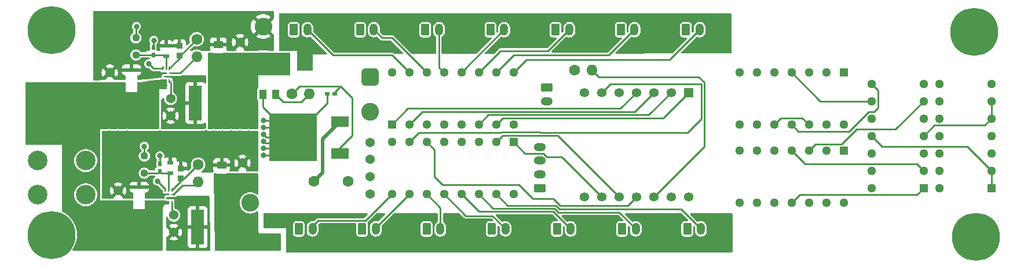
<source format=gtl>
G04 #@! TF.GenerationSoftware,KiCad,Pcbnew,7.0.10*
G04 #@! TF.CreationDate,2025-02-28T21:12:06-05:00*
G04 #@! TF.ProjectId,SDP25_MainPCB_V2,53445032-355f-44d6-9169-6e5043425f56,2.1*
G04 #@! TF.SameCoordinates,Original*
G04 #@! TF.FileFunction,Copper,L1,Top*
G04 #@! TF.FilePolarity,Positive*
%FSLAX46Y46*%
G04 Gerber Fmt 4.6, Leading zero omitted, Abs format (unit mm)*
G04 Created by KiCad (PCBNEW 7.0.10) date 2025-02-28 21:12:06*
%MOMM*%
%LPD*%
G01*
G04 APERTURE LIST*
G04 Aperture macros list*
%AMRoundRect*
0 Rectangle with rounded corners*
0 $1 Rounding radius*
0 $2 $3 $4 $5 $6 $7 $8 $9 X,Y pos of 4 corners*
0 Add a 4 corners polygon primitive as box body*
4,1,4,$2,$3,$4,$5,$6,$7,$8,$9,$2,$3,0*
0 Add four circle primitives for the rounded corners*
1,1,$1+$1,$2,$3*
1,1,$1+$1,$4,$5*
1,1,$1+$1,$6,$7*
1,1,$1+$1,$8,$9*
0 Add four rect primitives between the rounded corners*
20,1,$1+$1,$2,$3,$4,$5,0*
20,1,$1+$1,$4,$5,$6,$7,0*
20,1,$1+$1,$6,$7,$8,$9,0*
20,1,$1+$1,$8,$9,$2,$3,0*%
G04 Aperture macros list end*
G04 #@! TA.AperFunction,ComponentPad*
%ADD10C,2.850000*%
G04 #@! TD*
G04 #@! TA.AperFunction,ComponentPad*
%ADD11RoundRect,0.250000X0.625000X-0.350000X0.625000X0.350000X-0.625000X0.350000X-0.625000X-0.350000X0*%
G04 #@! TD*
G04 #@! TA.AperFunction,ComponentPad*
%ADD12O,1.750000X1.200000*%
G04 #@! TD*
G04 #@! TA.AperFunction,SMDPad,CuDef*
%ADD13R,1.900000X5.100000*%
G04 #@! TD*
G04 #@! TA.AperFunction,ComponentPad*
%ADD14C,1.371600*%
G04 #@! TD*
G04 #@! TA.AperFunction,SMDPad,CuDef*
%ADD15R,1.066800X1.447800*%
G04 #@! TD*
G04 #@! TA.AperFunction,SMDPad,CuDef*
%ADD16R,0.889000X0.609600*%
G04 #@! TD*
G04 #@! TA.AperFunction,ComponentPad*
%ADD17RoundRect,0.250000X-0.350000X-0.625000X0.350000X-0.625000X0.350000X0.625000X-0.350000X0.625000X0*%
G04 #@! TD*
G04 #@! TA.AperFunction,ComponentPad*
%ADD18O,1.200000X1.750000*%
G04 #@! TD*
G04 #@! TA.AperFunction,ComponentPad*
%ADD19C,1.600000*%
G04 #@! TD*
G04 #@! TA.AperFunction,ComponentPad*
%ADD20O,1.600000X1.600000*%
G04 #@! TD*
G04 #@! TA.AperFunction,SMDPad,CuDef*
%ADD21R,1.803400X0.558800*%
G04 #@! TD*
G04 #@! TA.AperFunction,SMDPad,CuDef*
%ADD22R,0.655599X0.499999*%
G04 #@! TD*
G04 #@! TA.AperFunction,ComponentPad*
%ADD23C,7.000000*%
G04 #@! TD*
G04 #@! TA.AperFunction,ComponentPad*
%ADD24R,1.295400X1.295400*%
G04 #@! TD*
G04 #@! TA.AperFunction,ComponentPad*
%ADD25C,1.295400*%
G04 #@! TD*
G04 #@! TA.AperFunction,SMDPad,CuDef*
%ADD26R,0.889000X0.965200*%
G04 #@! TD*
G04 #@! TA.AperFunction,SMDPad,CuDef*
%ADD27R,1.170000X1.800000*%
G04 #@! TD*
G04 #@! TA.AperFunction,SMDPad,CuDef*
%ADD28R,1.447800X1.066800*%
G04 #@! TD*
G04 #@! TA.AperFunction,ComponentPad*
%ADD29RoundRect,0.650000X0.650000X-0.650000X0.650000X0.650000X-0.650000X0.650000X-0.650000X-0.650000X0*%
G04 #@! TD*
G04 #@! TA.AperFunction,ComponentPad*
%ADD30C,2.600000*%
G04 #@! TD*
G04 #@! TA.AperFunction,ComponentPad*
%ADD31RoundRect,0.650000X-0.650000X0.650000X-0.650000X-0.650000X0.650000X-0.650000X0.650000X0.650000X0*%
G04 #@! TD*
G04 #@! TA.AperFunction,SMDPad,CuDef*
%ADD32R,2.500000X1.500000*%
G04 #@! TD*
G04 #@! TA.AperFunction,SMDPad,CuDef*
%ADD33R,7.000000X7.000000*%
G04 #@! TD*
G04 #@! TA.AperFunction,ComponentPad*
%ADD34RoundRect,0.250000X-0.625000X0.350000X-0.625000X-0.350000X0.625000X-0.350000X0.625000X0.350000X0*%
G04 #@! TD*
G04 #@! TA.AperFunction,ComponentPad*
%ADD35C,1.117600*%
G04 #@! TD*
G04 #@! TA.AperFunction,SMDPad,CuDef*
%ADD36R,0.249999X0.549999*%
G04 #@! TD*
G04 #@! TA.AperFunction,SMDPad,CuDef*
%ADD37R,1.000000X0.249999*%
G04 #@! TD*
G04 #@! TA.AperFunction,SMDPad,CuDef*
%ADD38R,1.300000X0.249999*%
G04 #@! TD*
G04 #@! TA.AperFunction,SMDPad,CuDef*
%ADD39R,0.549999X0.249999*%
G04 #@! TD*
G04 #@! TA.AperFunction,SMDPad,CuDef*
%ADD40R,0.499999X0.655599*%
G04 #@! TD*
G04 #@! TA.AperFunction,ComponentPad*
%ADD41R,1.358000X1.358000*%
G04 #@! TD*
G04 #@! TA.AperFunction,ComponentPad*
%ADD42C,1.358000*%
G04 #@! TD*
G04 #@! TA.AperFunction,SMDPad,CuDef*
%ADD43R,1.800000X1.170000*%
G04 #@! TD*
G04 #@! TA.AperFunction,ViaPad*
%ADD44C,0.800000*%
G04 #@! TD*
G04 #@! TA.AperFunction,Conductor*
%ADD45C,0.508000*%
G04 #@! TD*
G04 #@! TA.AperFunction,Conductor*
%ADD46C,0.250000*%
G04 #@! TD*
G04 APERTURE END LIST*
D10*
X101295000Y-84034000D03*
X101295000Y-79034000D03*
X94285000Y-79034000D03*
X94285000Y-84034000D03*
D11*
X167640000Y-92456000D03*
D12*
X167640000Y-90456000D03*
X167640000Y-88456000D03*
X167640000Y-86456000D03*
D13*
X117319000Y-80010000D03*
X121519000Y-80010000D03*
D10*
X101295000Y-93432000D03*
X101295000Y-88432000D03*
X94285000Y-88432000D03*
X94285000Y-93432000D03*
D14*
X114173000Y-98913000D03*
X114173000Y-96413000D03*
D15*
X127177800Y-78740000D03*
X129032000Y-78740000D03*
D16*
X113665000Y-90284300D03*
X113665000Y-88785700D03*
X113069000Y-73139300D03*
X113069000Y-71640700D03*
D17*
X189230000Y-98425000D03*
D18*
X191230000Y-98425000D03*
X193230000Y-98425000D03*
D17*
X169990000Y-69300000D03*
D18*
X171990000Y-69300000D03*
X173990000Y-69300000D03*
D19*
X172720000Y-75184000D03*
D20*
X175260000Y-75184000D03*
D21*
X109093000Y-95885000D03*
X109093000Y-92329000D03*
D22*
X136581801Y-78714600D03*
X137687399Y-78714600D03*
D14*
X123864000Y-73640000D03*
X123864000Y-71140000D03*
D17*
X151130000Y-98425000D03*
D18*
X153130000Y-98425000D03*
X155130000Y-98425000D03*
D23*
X231140000Y-69596000D03*
D24*
X163830000Y-85725000D03*
D25*
X161290000Y-85725000D03*
X158750000Y-85725000D03*
X156210000Y-85725000D03*
X153670000Y-85725000D03*
X151130000Y-85725000D03*
X148590000Y-85725000D03*
X146050000Y-85725000D03*
X146050000Y-93345000D03*
X148590000Y-93345000D03*
X151130000Y-93345000D03*
X153670000Y-93345000D03*
X156210000Y-93345000D03*
X158750000Y-93345000D03*
X161290000Y-93345000D03*
X163830000Y-93345000D03*
D26*
X115189000Y-91059000D03*
X115189000Y-89611200D03*
D24*
X223774000Y-92456000D03*
D25*
X223774000Y-89916000D03*
X223774000Y-87376000D03*
X223774000Y-84836000D03*
X223774000Y-82296000D03*
X223774000Y-79756000D03*
X223774000Y-77216000D03*
X216154000Y-77216000D03*
X216154000Y-79756000D03*
X216154000Y-82296000D03*
X216154000Y-84836000D03*
X216154000Y-87376000D03*
X216154000Y-89916000D03*
X216154000Y-92456000D03*
D14*
X106045000Y-95357000D03*
X106045000Y-92857000D03*
D27*
X133169000Y-73914000D03*
X130229000Y-73914000D03*
D28*
X121158000Y-90970100D03*
X121158000Y-89115900D03*
D19*
X131419600Y-78714600D03*
D20*
X133959600Y-78714600D03*
D17*
X189040000Y-69300000D03*
D18*
X191040000Y-69300000D03*
X193040000Y-69300000D03*
D29*
X125349000Y-99695000D03*
D30*
X125349000Y-94615000D03*
D31*
X142875000Y-76200000D03*
D30*
X142875000Y-81280000D03*
D23*
X96266000Y-99314000D03*
D32*
X138430000Y-87364600D03*
D33*
X131580000Y-85064600D03*
D32*
X138430000Y-82764600D03*
D17*
X170180000Y-98425000D03*
D18*
X172180000Y-98425000D03*
X174180000Y-98425000D03*
D34*
X168698000Y-77756000D03*
D12*
X168698000Y-79756000D03*
D19*
X134660000Y-91440000D03*
X139660000Y-91440000D03*
D21*
X107989000Y-78740000D03*
X107989000Y-75184000D03*
D24*
X146050000Y-83185000D03*
D25*
X148590000Y-83185000D03*
X151130000Y-83185000D03*
X153670000Y-83185000D03*
X156210000Y-83185000D03*
X158750000Y-83185000D03*
X161290000Y-83185000D03*
X163830000Y-83185000D03*
X163830000Y-75565000D03*
X161290000Y-75565000D03*
X158750000Y-75565000D03*
X156210000Y-75565000D03*
X153670000Y-75565000D03*
X151130000Y-75565000D03*
X148590000Y-75565000D03*
X146050000Y-75565000D03*
D35*
X108624000Y-70505000D03*
X108624000Y-73005000D03*
X109855000Y-87777000D03*
X109855000Y-90277000D03*
D14*
X113704000Y-81875000D03*
X113704000Y-79375000D03*
D23*
X231394000Y-99568000D03*
D26*
X114974000Y-73113900D03*
X114974000Y-71666100D03*
D17*
X132461000Y-98425000D03*
D18*
X134461000Y-98425000D03*
X136461000Y-98425000D03*
D19*
X117729000Y-89027000D03*
D20*
X117729000Y-91567000D03*
D29*
X127254000Y-73914000D03*
D30*
X127254000Y-68834000D03*
D24*
X212090000Y-75565000D03*
D25*
X209550000Y-75565000D03*
X207010000Y-75565000D03*
X204470000Y-75565000D03*
X201930000Y-75565000D03*
X199390000Y-75565000D03*
X196850000Y-75565000D03*
X196850000Y-83185000D03*
X199390000Y-83185000D03*
X201930000Y-83185000D03*
X204470000Y-83185000D03*
X207010000Y-83185000D03*
X209550000Y-83185000D03*
X212090000Y-83185000D03*
D17*
X150940000Y-69300000D03*
D18*
X152940000Y-69300000D03*
X154940000Y-69300000D03*
D14*
X124206000Y-91293000D03*
X124206000Y-88793000D03*
D24*
X233680000Y-92456000D03*
D25*
X233680000Y-89916000D03*
X233680000Y-87376000D03*
X233680000Y-84836000D03*
X233680000Y-82296000D03*
X233680000Y-79756000D03*
X233680000Y-77216000D03*
X226060000Y-77216000D03*
X226060000Y-79756000D03*
X226060000Y-82296000D03*
X226060000Y-84836000D03*
X226060000Y-87376000D03*
X226060000Y-89916000D03*
X226060000Y-92456000D03*
D19*
X117514000Y-70710000D03*
D20*
X117514000Y-73250000D03*
D17*
X179705000Y-98425000D03*
D18*
X181705000Y-98425000D03*
X183705000Y-98425000D03*
D36*
X113529002Y-74985001D03*
X113029003Y-74985001D03*
X112529001Y-74985001D03*
D37*
X112579001Y-75659998D03*
D36*
X112529001Y-76835000D03*
X113029003Y-76835000D03*
X113529002Y-76835000D03*
D38*
X113328999Y-76159998D03*
D39*
X113704000Y-75659998D03*
D14*
X104814000Y-78085000D03*
X104814000Y-75585000D03*
D40*
X112141000Y-88937402D03*
X112141000Y-90043000D03*
D41*
X189420500Y-78499500D03*
D42*
X186880500Y-78499500D03*
X184340500Y-78499500D03*
X181800500Y-78499500D03*
X179260500Y-78499500D03*
X176720500Y-78499500D03*
X174180500Y-78499500D03*
X174180500Y-93739500D03*
X176720500Y-93739500D03*
X179260500Y-93739500D03*
X181800500Y-93739500D03*
X184340500Y-93739500D03*
X186880500Y-93739500D03*
X189420500Y-93739500D03*
D23*
X96266000Y-69342000D03*
D17*
X160465000Y-69300000D03*
D18*
X162465000Y-69300000D03*
X164465000Y-69300000D03*
D36*
X113903001Y-92732004D03*
X113403002Y-92732004D03*
X112903000Y-92732004D03*
D37*
X112953000Y-93407001D03*
D36*
X112903000Y-94582003D03*
X113403002Y-94582003D03*
X113903001Y-94582003D03*
D38*
X113702998Y-93907001D03*
D39*
X114077999Y-93407001D03*
D40*
X111164000Y-71919402D03*
X111164000Y-73025000D03*
D17*
X141415000Y-69300000D03*
D18*
X143415000Y-69300000D03*
X145415000Y-69300000D03*
D13*
X117661000Y-98171000D03*
X121861000Y-98171000D03*
D43*
X128524000Y-97209000D03*
X128524000Y-100149000D03*
D14*
X142875000Y-93325000D03*
X142875000Y-90825000D03*
D17*
X131700000Y-69300000D03*
D18*
X133700000Y-69300000D03*
X135700000Y-69300000D03*
D24*
X212090000Y-86995000D03*
D25*
X209550000Y-86995000D03*
X207010000Y-86995000D03*
X204470000Y-86995000D03*
X201930000Y-86995000D03*
X199390000Y-86995000D03*
X196850000Y-86995000D03*
X196850000Y-94615000D03*
X199390000Y-94615000D03*
X201930000Y-94615000D03*
X204470000Y-94615000D03*
X207010000Y-94615000D03*
X209550000Y-94615000D03*
X212090000Y-94615000D03*
D28*
X120689000Y-73317100D03*
X120689000Y-71462900D03*
D17*
X141700000Y-98425000D03*
D18*
X143700000Y-98425000D03*
X145700000Y-98425000D03*
D17*
X179515000Y-69300000D03*
D18*
X181515000Y-69300000D03*
X183515000Y-69300000D03*
D17*
X160655000Y-98425000D03*
D18*
X162655000Y-98425000D03*
X164655000Y-98425000D03*
D14*
X142875000Y-85765000D03*
X142875000Y-88265000D03*
D44*
X122174000Y-67056000D03*
X113030000Y-70358000D03*
X105410000Y-71374000D03*
X124714000Y-67056000D03*
X123825000Y-85598000D03*
X119634000Y-69469000D03*
X118745000Y-85598000D03*
X106680000Y-72644000D03*
X106045000Y-84455000D03*
X104775000Y-88265000D03*
X118618000Y-68199000D03*
X104140000Y-71374000D03*
X125095000Y-85598000D03*
X104140000Y-70104000D03*
X121285000Y-86868000D03*
X122174000Y-69469000D03*
X105410000Y-68834000D03*
X107315000Y-88265000D03*
X105410000Y-67564000D03*
X104775000Y-86995000D03*
X123825000Y-86868000D03*
X104775000Y-85725000D03*
X106680000Y-68834000D03*
X121285000Y-85598000D03*
X114808000Y-70358000D03*
X104140000Y-68834000D03*
X106680000Y-73914000D03*
X107315000Y-89535000D03*
X120015000Y-85598000D03*
X124714000Y-68199000D03*
X106680000Y-67564000D03*
X120904000Y-67056000D03*
X104140000Y-72644000D03*
X122555000Y-85598000D03*
X122555000Y-84455000D03*
X118745000Y-86868000D03*
X106680000Y-71374000D03*
X122555000Y-86868000D03*
X118618000Y-67056000D03*
X104775000Y-90805000D03*
X105410000Y-73914000D03*
X123444000Y-68199000D03*
X107315000Y-84455000D03*
X124714000Y-69469000D03*
X107315000Y-85725000D03*
X106680000Y-70104000D03*
X106045000Y-90805000D03*
X119634000Y-68199000D03*
X123444000Y-69469000D03*
X125095000Y-86868000D03*
X121285000Y-84455000D03*
X104140000Y-73914000D03*
X106045000Y-85725000D03*
X104140000Y-67564000D03*
X120015000Y-84455000D03*
X105410000Y-70104000D03*
X118745000Y-84455000D03*
X117602000Y-67056000D03*
X107315000Y-90805000D03*
X115189000Y-86995000D03*
X106045000Y-89535000D03*
X119634000Y-67056000D03*
X105410000Y-72644000D03*
X120904000Y-69469000D03*
X113665000Y-86995000D03*
X107315000Y-86995000D03*
X104775000Y-89535000D03*
X104775000Y-84455000D03*
X106045000Y-86995000D03*
X123444000Y-67056000D03*
X120904000Y-68199000D03*
X122174000Y-68199000D03*
X123825000Y-84455000D03*
X120015000Y-86868000D03*
X106045000Y-88265000D03*
X125095000Y-84455000D03*
X127254000Y-85598000D03*
X127254000Y-83566000D03*
X127254000Y-86614000D03*
X127254000Y-87630000D03*
X127254000Y-84582000D03*
X127254000Y-82550000D03*
X111252000Y-70866000D03*
X108712000Y-68834000D03*
X122174000Y-76200000D03*
X122174000Y-75184000D03*
X112141000Y-87757000D03*
X109855000Y-86360000D03*
X122555000Y-93980000D03*
X122555000Y-93091000D03*
X111760000Y-91440000D03*
X110490000Y-74295000D03*
D45*
X138430000Y-82764600D02*
X135890000Y-85304600D01*
X135890000Y-90210000D02*
X134660000Y-91440000D01*
X135890000Y-85304600D02*
X135890000Y-90210000D01*
D46*
X114974000Y-70524000D02*
X114808000Y-70358000D01*
X113665000Y-88785700D02*
X113665000Y-86995000D01*
X113069000Y-70397000D02*
X113030000Y-70358000D01*
X132834600Y-79839600D02*
X133959600Y-78714600D01*
X130131600Y-79839600D02*
X132834600Y-79839600D01*
X114974000Y-71666100D02*
X114974000Y-70524000D01*
X129032000Y-78740000D02*
X130131600Y-79839600D01*
X115189000Y-89611200D02*
X115189000Y-86995000D01*
X113069000Y-71640700D02*
X113069000Y-70397000D01*
X136581801Y-80062799D02*
X131580000Y-85064600D01*
X127177800Y-78740000D02*
X127177800Y-80662400D01*
X129065400Y-82550000D02*
X127254000Y-82550000D01*
X130843400Y-84328000D02*
X131580000Y-85064600D01*
X127254000Y-84582000D02*
X127736600Y-85064600D01*
X130030600Y-86614000D02*
X131580000Y-85064600D01*
X131580000Y-85064600D02*
X130081400Y-83566000D01*
X127254000Y-86614000D02*
X130030600Y-86614000D01*
X142875000Y-76200000D02*
X143510000Y-76835000D01*
X127254000Y-85598000D02*
X127508000Y-85852000D01*
X130081400Y-83566000D02*
X127254000Y-83566000D01*
X127736600Y-85064600D02*
X131580000Y-85064600D01*
X131580000Y-85064600D02*
X129065400Y-82550000D01*
X127508000Y-85852000D02*
X130792600Y-85852000D01*
X130792600Y-85852000D02*
X131580000Y-85064600D01*
X127254000Y-87630000D02*
X129014600Y-87630000D01*
X129014600Y-87630000D02*
X131580000Y-85064600D01*
X127177800Y-80662400D02*
X131580000Y-85064600D01*
X136581801Y-78714600D02*
X136581801Y-80062799D01*
X113704000Y-79375000D02*
X113704000Y-77009998D01*
X113704000Y-77009998D02*
X113529002Y-76835000D01*
X113907002Y-94582003D02*
X113907002Y-96147002D01*
X113907002Y-96147002D02*
X114173000Y-96413000D01*
X113029003Y-74985001D02*
X113029003Y-73179297D01*
X111164000Y-73025000D02*
X112954700Y-73025000D01*
X111144000Y-73005000D02*
X111164000Y-73025000D01*
X108624000Y-73005000D02*
X111144000Y-73005000D01*
X113029003Y-73179297D02*
X113069000Y-73139300D01*
X112954700Y-73025000D02*
X113069000Y-73139300D01*
X111164000Y-70954000D02*
X111252000Y-70866000D01*
X111164000Y-71919402D02*
X111164000Y-70954000D01*
X108624000Y-68922000D02*
X108712000Y-68834000D01*
X108624000Y-70505000D02*
X108624000Y-68922000D01*
X113407003Y-92732004D02*
X113407003Y-90542297D01*
X113407003Y-90542297D02*
X113665000Y-90284300D01*
X112382300Y-90284300D02*
X112141000Y-90043000D01*
X109855000Y-90277000D02*
X111907000Y-90277000D01*
X113665000Y-90284300D02*
X112382300Y-90284300D01*
X112141000Y-90043000D02*
X112391003Y-90293003D01*
X111907000Y-90277000D02*
X112141000Y-90043000D01*
X114974000Y-73540003D02*
X113529002Y-74985001D01*
X114974000Y-73113900D02*
X114974000Y-73540003D01*
X115110100Y-73113900D02*
X117514000Y-70710000D01*
X114974000Y-73113900D02*
X115110100Y-73113900D01*
X115189000Y-91059000D02*
X115697000Y-91059000D01*
X115189000Y-91059000D02*
X115189000Y-91450006D01*
X115697000Y-91059000D02*
X117729000Y-89027000D01*
X115189000Y-91450006D02*
X113907002Y-92732004D01*
X140208000Y-84791200D02*
X140208000Y-79248000D01*
X137634600Y-87364600D02*
X140208000Y-84791200D01*
X137687399Y-78714600D02*
X137687399Y-78451801D01*
X137687399Y-78451801D02*
X138549600Y-77589600D01*
X138549600Y-77589600D02*
X139674600Y-78714600D01*
X131419600Y-78714600D02*
X132544600Y-77589600D01*
X132544600Y-77589600D02*
X138549600Y-77589600D01*
X140208000Y-79248000D02*
X139674600Y-78714600D01*
X135280000Y-97225000D02*
X134080000Y-98425000D01*
X146050000Y-93345000D02*
X142170000Y-97225000D01*
X142170000Y-97225000D02*
X135280000Y-97225000D01*
X143700000Y-98235000D02*
X148590000Y-93345000D01*
X143700000Y-98425000D02*
X143700000Y-98235000D01*
X153130000Y-95345000D02*
X151130000Y-93345000D01*
X153130000Y-98425000D02*
X153130000Y-95345000D01*
X156845000Y-96520000D02*
X160750000Y-96520000D01*
X162655000Y-98330000D02*
X162655000Y-98425000D01*
X153670000Y-93345000D02*
X156845000Y-96520000D01*
X160750000Y-96520000D02*
X162655000Y-98425000D01*
X158750000Y-95885000D02*
X169640000Y-95885000D01*
X156210000Y-93345000D02*
X158750000Y-95885000D01*
X169640000Y-95885000D02*
X172180000Y-98425000D01*
X170403396Y-96012000D02*
X179292000Y-96012000D01*
X160840000Y-95435000D02*
X169826396Y-95435000D01*
X169826396Y-95435000D02*
X170403396Y-96012000D01*
X179292000Y-96012000D02*
X181705000Y-98425000D01*
X158750000Y-93345000D02*
X160840000Y-95435000D01*
X170012792Y-94985000D02*
X170531792Y-95504000D01*
X161290000Y-93345000D02*
X162930000Y-94985000D01*
X188309000Y-95504000D02*
X191230000Y-98425000D01*
X170531792Y-95504000D02*
X188309000Y-95504000D01*
X162930000Y-94985000D02*
X170012792Y-94985000D01*
X186680000Y-73660000D02*
X191040000Y-69300000D01*
X165735000Y-73660000D02*
X186680000Y-73660000D01*
X163830000Y-75565000D02*
X165735000Y-73660000D01*
X161290000Y-75565000D02*
X163830000Y-73025000D01*
X177790000Y-73025000D02*
X181515000Y-69300000D01*
X163830000Y-73025000D02*
X177790000Y-73025000D01*
X158750000Y-75565000D02*
X161925000Y-72390000D01*
X168900000Y-72390000D02*
X171990000Y-69300000D01*
X161925000Y-72390000D02*
X168900000Y-72390000D01*
X162465000Y-69310000D02*
X162465000Y-69300000D01*
X156210000Y-75565000D02*
X162465000Y-69310000D01*
X152940000Y-74835000D02*
X153670000Y-75565000D01*
X152940000Y-69300000D02*
X152940000Y-74835000D01*
X143415000Y-69300000D02*
X144615000Y-70500000D01*
X146065000Y-70500000D02*
X151130000Y-75565000D01*
X144615000Y-70500000D02*
X146065000Y-70500000D01*
X133700000Y-69300000D02*
X137425000Y-73025000D01*
X137425000Y-73025000D02*
X146050000Y-73025000D01*
X146050000Y-73025000D02*
X148590000Y-75565000D01*
X191712000Y-77029604D02*
X191712000Y-86368000D01*
X176276000Y-76200000D02*
X190882396Y-76200000D01*
X191712000Y-86368000D02*
X184340500Y-93739500D01*
X175260000Y-75184000D02*
X176276000Y-76200000D01*
X190882396Y-76200000D02*
X191712000Y-77029604D01*
X113704000Y-75659998D02*
X115104002Y-75659998D01*
X115104002Y-75659998D02*
X117514000Y-73250000D01*
X115443000Y-92075000D02*
X117221000Y-92075000D01*
X114082000Y-93407001D02*
X114110999Y-93407001D01*
X114110999Y-93407001D02*
X115443000Y-92075000D01*
X117221000Y-92075000D02*
X117729000Y-91567000D01*
X168153000Y-87381000D02*
X165486000Y-87381000D01*
X170865000Y-87884000D02*
X168656000Y-87884000D01*
X165486000Y-87381000D02*
X163830000Y-85725000D01*
X176720500Y-93739500D02*
X170865000Y-87884000D01*
X168656000Y-87884000D02*
X168153000Y-87381000D01*
X170299000Y-84778000D02*
X167559210Y-84778000D01*
X167559210Y-84778000D02*
X167533510Y-84752300D01*
X179260500Y-93739500D02*
X170299000Y-84778000D01*
X167533510Y-84752300D02*
X162262700Y-84752300D01*
X162262700Y-84752300D02*
X161290000Y-85725000D01*
X164592000Y-91948000D02*
X153416000Y-91948000D01*
X169644188Y-93980000D02*
X170660188Y-94996000D01*
X180544000Y-94996000D02*
X181800500Y-93739500D01*
X170660188Y-94996000D02*
X180544000Y-94996000D01*
X153416000Y-91948000D02*
X152273000Y-90805000D01*
X166624000Y-93980000D02*
X164592000Y-91948000D01*
X152273000Y-90805000D02*
X152273000Y-86868000D01*
X152273000Y-86868000D02*
X151130000Y-85725000D01*
X166624000Y-93980000D02*
X169644188Y-93980000D01*
X191262000Y-77216000D02*
X191262000Y-82335500D01*
X178004000Y-77216000D02*
X191262000Y-77216000D01*
X167745606Y-84328000D02*
X167719906Y-84302300D01*
X176720500Y-78499500D02*
X178004000Y-77216000D01*
X162076304Y-84302300D02*
X162050604Y-84328000D01*
X162050604Y-84328000D02*
X149987000Y-84328000D01*
X191262000Y-82335500D02*
X189269500Y-84328000D01*
X149987000Y-84328000D02*
X148590000Y-85725000D01*
X167719906Y-84302300D02*
X162076304Y-84302300D01*
X189269500Y-84328000D02*
X167745606Y-84328000D01*
X179470000Y-80830000D02*
X148405000Y-80830000D01*
X181800500Y-78499500D02*
X179470000Y-80830000D01*
X148405000Y-80830000D02*
X146050000Y-83185000D01*
X150462700Y-81312300D02*
X148590000Y-83185000D01*
X181560000Y-81280000D02*
X160020000Y-81280000D01*
X159987700Y-81312300D02*
X150462700Y-81312300D01*
X184340500Y-78499500D02*
X181560000Y-81280000D01*
X160020000Y-81280000D02*
X159987700Y-81312300D01*
X186880500Y-78499500D02*
X183617700Y-81762300D01*
X183617700Y-81762300D02*
X160172700Y-81762300D01*
X160172700Y-81762300D02*
X158750000Y-83185000D01*
X189420500Y-78499500D02*
X185707700Y-82212300D01*
X162262700Y-82212300D02*
X161290000Y-83185000D01*
X185707700Y-82212300D02*
X162262700Y-82212300D01*
X109855000Y-87777000D02*
X109855000Y-86360000D01*
X112141000Y-88937402D02*
X112141000Y-87757000D01*
X112903000Y-92732004D02*
X112903000Y-92583000D01*
X112903000Y-92583000D02*
X111760000Y-91440000D01*
X112529001Y-74985001D02*
X112529001Y-74683001D01*
X111180001Y-74985001D02*
X110490000Y-74295000D01*
X112529001Y-74985001D02*
X111180001Y-74985001D01*
X207982700Y-86022300D02*
X207010000Y-86995000D01*
X213951700Y-83863300D02*
X211792700Y-86022300D01*
X219666700Y-83863300D02*
X213951700Y-83863300D01*
X223774000Y-79756000D02*
X219666700Y-83863300D01*
X211792700Y-86022300D02*
X207982700Y-86022300D01*
X204470000Y-86995000D02*
X206418300Y-88943300D01*
X206418300Y-88943300D02*
X222801300Y-88943300D01*
X222801300Y-88943300D02*
X223774000Y-89916000D01*
X205656300Y-93428700D02*
X204470000Y-94615000D01*
X223774000Y-92456000D02*
X222801300Y-93428700D01*
X222801300Y-93428700D02*
X205656300Y-93428700D01*
X217721300Y-86403300D02*
X230167300Y-86403300D01*
X216154000Y-84836000D02*
X217721300Y-86403300D01*
X233680000Y-92456000D02*
X233680000Y-89916000D01*
X230167300Y-86403300D02*
X233680000Y-89916000D01*
X233680000Y-82296000D02*
X233680000Y-79756000D01*
X232707300Y-83268700D02*
X233680000Y-82296000D01*
X223774000Y-84836000D02*
X225341300Y-83268700D01*
X225341300Y-83268700D02*
X232707300Y-83268700D01*
X208661000Y-79756000D02*
X216154000Y-79756000D01*
X204470000Y-75565000D02*
X208661000Y-79756000D01*
X202902700Y-82212300D02*
X201930000Y-83185000D01*
X207010000Y-83185000D02*
X206037300Y-82212300D01*
X206037300Y-82212300D02*
X202902700Y-82212300D01*
X205442700Y-84157700D02*
X212916694Y-84157700D01*
X204470000Y-83185000D02*
X205442700Y-84157700D01*
X217126700Y-80688300D02*
X217126700Y-78188700D01*
X217126700Y-78188700D02*
X216154000Y-77216000D01*
X216535000Y-81280000D02*
X217126700Y-80688300D01*
X215794394Y-81280000D02*
X216535000Y-81280000D01*
X212916694Y-84157700D02*
X215794394Y-81280000D01*
G04 #@! TA.AperFunction,Conductor*
G36*
X195650039Y-66948685D02*
G01*
X195695794Y-67001489D01*
X195707000Y-67053000D01*
X195707000Y-72647256D01*
X195687315Y-72714295D01*
X195634511Y-72760050D01*
X195583257Y-72771256D01*
X188390130Y-72786180D01*
X188323050Y-72766634D01*
X188277186Y-72713925D01*
X188267099Y-72644788D01*
X188295992Y-72581172D01*
X188302165Y-72574527D01*
X190511646Y-70365046D01*
X190572967Y-70331563D01*
X190642659Y-70336547D01*
X190645223Y-70337536D01*
X190732571Y-70372339D01*
X190810049Y-70403209D01*
X190993465Y-70433278D01*
X191179058Y-70423216D01*
X191179062Y-70423215D01*
X191358143Y-70373494D01*
X191358145Y-70373492D01*
X191358148Y-70373492D01*
X191522362Y-70286431D01*
X191664021Y-70166105D01*
X191776502Y-70018139D01*
X191854545Y-69849452D01*
X191894500Y-69667933D01*
X191894500Y-68978668D01*
X191879443Y-68840225D01*
X191820096Y-68664089D01*
X191820093Y-68664085D01*
X191820093Y-68664083D01*
X191778536Y-68595016D01*
X191724273Y-68504829D01*
X191657080Y-68433894D01*
X191596453Y-68369890D01*
X191442612Y-68265585D01*
X191442610Y-68265584D01*
X191269955Y-68196791D01*
X191148985Y-68176960D01*
X191086535Y-68166722D01*
X191086532Y-68166722D01*
X190900942Y-68176784D01*
X190900937Y-68176784D01*
X190721856Y-68226505D01*
X190721848Y-68226509D01*
X190557636Y-68313569D01*
X190415979Y-68433894D01*
X190303497Y-68581862D01*
X190303496Y-68581863D01*
X190225456Y-68750543D01*
X190225453Y-68750551D01*
X190185500Y-68932066D01*
X190185500Y-69566443D01*
X190165815Y-69633482D01*
X190149181Y-69654124D01*
X190106180Y-69697125D01*
X190044857Y-69730610D01*
X189975165Y-69725626D01*
X189919232Y-69683754D01*
X189894815Y-69618290D01*
X189894499Y-69609444D01*
X189894499Y-68626748D01*
X189894499Y-68626745D01*
X189888040Y-68566658D01*
X189864978Y-68504826D01*
X189837344Y-68430738D01*
X189837343Y-68430737D01*
X189837342Y-68430733D01*
X189791796Y-68369890D01*
X189750404Y-68314595D01*
X189673126Y-68256747D01*
X189634267Y-68227658D01*
X189498342Y-68176960D01*
X189498338Y-68176959D01*
X189438263Y-68170500D01*
X188641748Y-68170500D01*
X188641742Y-68170501D01*
X188581655Y-68176960D01*
X188445738Y-68227655D01*
X188445730Y-68227660D01*
X188329595Y-68314595D01*
X188242660Y-68430730D01*
X188242658Y-68430733D01*
X188191960Y-68566658D01*
X188191959Y-68566662D01*
X188185500Y-68626728D01*
X188185500Y-69973251D01*
X188185501Y-69973257D01*
X188191960Y-70033344D01*
X188242655Y-70169261D01*
X188242656Y-70169264D01*
X188242658Y-70169267D01*
X188261268Y-70194127D01*
X188329595Y-70285404D01*
X188357132Y-70306017D01*
X188445733Y-70372342D01*
X188581658Y-70423040D01*
X188641745Y-70429500D01*
X189074444Y-70429499D01*
X189141482Y-70449183D01*
X189187237Y-70501987D01*
X189197181Y-70571146D01*
X189168156Y-70634702D01*
X189162124Y-70641180D01*
X187050483Y-72752821D01*
X186989160Y-72786306D01*
X186963059Y-72789140D01*
X178845329Y-72805982D01*
X178778249Y-72786436D01*
X178732385Y-72733727D01*
X178722298Y-72664590D01*
X178751191Y-72600974D01*
X178757367Y-72594325D01*
X180986646Y-70365046D01*
X181047967Y-70331563D01*
X181117659Y-70336547D01*
X181120223Y-70337536D01*
X181207571Y-70372339D01*
X181285049Y-70403209D01*
X181468465Y-70433278D01*
X181654058Y-70423216D01*
X181654062Y-70423215D01*
X181833143Y-70373494D01*
X181833145Y-70373492D01*
X181833148Y-70373492D01*
X181997362Y-70286431D01*
X182139021Y-70166105D01*
X182251502Y-70018139D01*
X182329545Y-69849452D01*
X182369500Y-69667933D01*
X182369500Y-68978668D01*
X182354443Y-68840225D01*
X182295096Y-68664089D01*
X182295093Y-68664085D01*
X182295093Y-68664083D01*
X182253536Y-68595016D01*
X182199273Y-68504829D01*
X182132080Y-68433894D01*
X182071453Y-68369890D01*
X181917612Y-68265585D01*
X181917610Y-68265584D01*
X181744955Y-68196791D01*
X181623985Y-68176960D01*
X181561535Y-68166722D01*
X181561532Y-68166722D01*
X181375942Y-68176784D01*
X181375937Y-68176784D01*
X181196856Y-68226505D01*
X181196848Y-68226509D01*
X181032636Y-68313569D01*
X180890979Y-68433894D01*
X180778497Y-68581862D01*
X180778496Y-68581863D01*
X180700456Y-68750543D01*
X180700453Y-68750551D01*
X180660500Y-68932066D01*
X180660500Y-69566443D01*
X180640815Y-69633482D01*
X180624181Y-69654124D01*
X180581180Y-69697125D01*
X180519857Y-69730610D01*
X180450165Y-69725626D01*
X180394232Y-69683754D01*
X180369815Y-69618290D01*
X180369499Y-69609444D01*
X180369499Y-68626748D01*
X180369499Y-68626745D01*
X180363040Y-68566658D01*
X180339978Y-68504826D01*
X180312344Y-68430738D01*
X180312343Y-68430737D01*
X180312342Y-68430733D01*
X180266796Y-68369890D01*
X180225404Y-68314595D01*
X180148126Y-68256747D01*
X180109267Y-68227658D01*
X179973342Y-68176960D01*
X179973338Y-68176959D01*
X179913263Y-68170500D01*
X179116748Y-68170500D01*
X179116742Y-68170501D01*
X179056655Y-68176960D01*
X178920738Y-68227655D01*
X178920730Y-68227660D01*
X178804595Y-68314595D01*
X178717660Y-68430730D01*
X178717658Y-68430733D01*
X178666960Y-68566658D01*
X178666959Y-68566662D01*
X178660500Y-68626728D01*
X178660500Y-69973251D01*
X178660501Y-69973257D01*
X178666960Y-70033344D01*
X178717655Y-70169261D01*
X178717656Y-70169264D01*
X178717658Y-70169267D01*
X178736268Y-70194127D01*
X178804595Y-70285404D01*
X178832132Y-70306017D01*
X178920733Y-70372342D01*
X179056658Y-70423040D01*
X179116745Y-70429500D01*
X179549444Y-70429499D01*
X179616482Y-70449183D01*
X179662237Y-70501987D01*
X179672181Y-70571146D01*
X179643156Y-70634702D01*
X179637124Y-70641180D01*
X177669125Y-72609181D01*
X177607802Y-72642666D01*
X177581444Y-72645500D01*
X169480556Y-72645500D01*
X169413517Y-72625815D01*
X169367762Y-72573011D01*
X169357818Y-72503853D01*
X169386843Y-72440297D01*
X169392875Y-72433819D01*
X170927508Y-70899185D01*
X171461646Y-70365046D01*
X171522967Y-70331563D01*
X171592659Y-70336547D01*
X171595223Y-70337536D01*
X171682571Y-70372339D01*
X171760049Y-70403209D01*
X171943465Y-70433278D01*
X172129058Y-70423216D01*
X172129062Y-70423215D01*
X172308143Y-70373494D01*
X172308145Y-70373492D01*
X172308148Y-70373492D01*
X172472362Y-70286431D01*
X172614021Y-70166105D01*
X172726502Y-70018139D01*
X172804545Y-69849452D01*
X172844500Y-69667933D01*
X172844500Y-68978668D01*
X172829443Y-68840225D01*
X172770096Y-68664089D01*
X172770093Y-68664085D01*
X172770093Y-68664083D01*
X172728536Y-68595016D01*
X172674273Y-68504829D01*
X172607080Y-68433894D01*
X172546453Y-68369890D01*
X172392612Y-68265585D01*
X172392610Y-68265584D01*
X172219955Y-68196791D01*
X172098985Y-68176960D01*
X172036535Y-68166722D01*
X172036532Y-68166722D01*
X171850942Y-68176784D01*
X171850937Y-68176784D01*
X171671856Y-68226505D01*
X171671848Y-68226509D01*
X171507636Y-68313569D01*
X171365979Y-68433894D01*
X171253497Y-68581862D01*
X171253496Y-68581863D01*
X171175456Y-68750543D01*
X171175453Y-68750551D01*
X171135500Y-68932066D01*
X171135500Y-69566443D01*
X171115815Y-69633482D01*
X171099181Y-69654124D01*
X171056180Y-69697125D01*
X170994857Y-69730610D01*
X170925165Y-69725626D01*
X170869232Y-69683754D01*
X170844815Y-69618290D01*
X170844499Y-69609444D01*
X170844499Y-68626748D01*
X170844499Y-68626745D01*
X170838040Y-68566658D01*
X170814978Y-68504826D01*
X170787344Y-68430738D01*
X170787343Y-68430737D01*
X170787342Y-68430733D01*
X170741796Y-68369890D01*
X170700404Y-68314595D01*
X170623126Y-68256747D01*
X170584267Y-68227658D01*
X170448342Y-68176960D01*
X170448338Y-68176959D01*
X170388263Y-68170500D01*
X169591748Y-68170500D01*
X169591742Y-68170501D01*
X169531655Y-68176960D01*
X169395738Y-68227655D01*
X169395730Y-68227660D01*
X169279595Y-68314595D01*
X169192660Y-68430730D01*
X169192658Y-68430733D01*
X169141960Y-68566658D01*
X169141959Y-68566662D01*
X169135500Y-68626728D01*
X169135500Y-69973251D01*
X169135501Y-69973257D01*
X169141960Y-70033344D01*
X169192655Y-70169261D01*
X169192656Y-70169264D01*
X169192658Y-70169267D01*
X169211268Y-70194127D01*
X169279595Y-70285404D01*
X169307132Y-70306017D01*
X169395733Y-70372342D01*
X169531658Y-70423040D01*
X169591745Y-70429500D01*
X170024444Y-70429499D01*
X170091482Y-70449183D01*
X170137237Y-70501987D01*
X170147181Y-70571146D01*
X170118156Y-70634702D01*
X170112124Y-70641180D01*
X168779125Y-71974181D01*
X168717802Y-72007666D01*
X168691444Y-72010500D01*
X161977220Y-72010500D01*
X161951775Y-72007861D01*
X161940901Y-72005581D01*
X161940898Y-72005581D01*
X161909076Y-72009548D01*
X161893738Y-72010500D01*
X161893557Y-72010500D01*
X161880877Y-72012615D01*
X161872824Y-72013959D01*
X161867762Y-72014696D01*
X161815217Y-72021247D01*
X161807601Y-72023514D01*
X161800076Y-72026098D01*
X161753541Y-72051280D01*
X161748991Y-72053622D01*
X161701431Y-72076874D01*
X161694976Y-72081482D01*
X161688684Y-72086379D01*
X161652845Y-72125310D01*
X161649299Y-72129005D01*
X160971376Y-72806927D01*
X160910053Y-72840412D01*
X160883952Y-72843246D01*
X159765744Y-72845566D01*
X159698664Y-72826020D01*
X159652800Y-72773311D01*
X159642713Y-72704174D01*
X159671606Y-72640558D01*
X159677779Y-72633913D01*
X161943797Y-70367895D01*
X162005118Y-70334412D01*
X162074810Y-70339396D01*
X162077358Y-70340379D01*
X162235049Y-70403209D01*
X162418465Y-70433278D01*
X162604058Y-70423216D01*
X162604062Y-70423215D01*
X162783143Y-70373494D01*
X162783145Y-70373492D01*
X162783148Y-70373492D01*
X162947362Y-70286431D01*
X163089021Y-70166105D01*
X163201502Y-70018139D01*
X163279545Y-69849452D01*
X163319500Y-69667933D01*
X163319500Y-68978668D01*
X163304443Y-68840225D01*
X163245096Y-68664089D01*
X163245093Y-68664085D01*
X163245093Y-68664083D01*
X163203536Y-68595016D01*
X163149273Y-68504829D01*
X163082080Y-68433894D01*
X163021453Y-68369890D01*
X162867612Y-68265585D01*
X162867610Y-68265584D01*
X162694955Y-68196791D01*
X162573985Y-68176960D01*
X162511535Y-68166722D01*
X162511532Y-68166722D01*
X162325942Y-68176784D01*
X162325937Y-68176784D01*
X162146856Y-68226505D01*
X162146848Y-68226509D01*
X161982636Y-68313569D01*
X161840979Y-68433894D01*
X161728497Y-68581862D01*
X161728496Y-68581863D01*
X161650456Y-68750543D01*
X161650453Y-68750551D01*
X161610500Y-68932066D01*
X161610500Y-69576443D01*
X161590815Y-69643482D01*
X161574181Y-69664124D01*
X161531180Y-69707125D01*
X161469857Y-69740610D01*
X161400165Y-69735626D01*
X161344232Y-69693754D01*
X161319815Y-69628290D01*
X161319499Y-69619444D01*
X161319499Y-68626748D01*
X161319499Y-68626745D01*
X161313040Y-68566658D01*
X161289978Y-68504826D01*
X161262344Y-68430738D01*
X161262343Y-68430737D01*
X161262342Y-68430733D01*
X161216796Y-68369890D01*
X161175404Y-68314595D01*
X161098126Y-68256747D01*
X161059267Y-68227658D01*
X160923342Y-68176960D01*
X160923338Y-68176959D01*
X160863263Y-68170500D01*
X160066748Y-68170500D01*
X160066742Y-68170501D01*
X160006655Y-68176960D01*
X159870738Y-68227655D01*
X159870730Y-68227660D01*
X159754595Y-68314595D01*
X159667660Y-68430730D01*
X159667658Y-68430733D01*
X159616960Y-68566658D01*
X159616959Y-68566662D01*
X159610500Y-68626728D01*
X159610500Y-69973251D01*
X159610501Y-69973257D01*
X159616960Y-70033344D01*
X159667655Y-70169261D01*
X159667656Y-70169264D01*
X159667658Y-70169267D01*
X159686268Y-70194127D01*
X159754595Y-70285404D01*
X159782132Y-70306017D01*
X159870733Y-70372342D01*
X160006658Y-70423040D01*
X160066745Y-70429500D01*
X160509444Y-70429499D01*
X160576482Y-70449183D01*
X160622237Y-70501987D01*
X160632181Y-70571146D01*
X160603156Y-70634702D01*
X160597124Y-70641180D01*
X158426095Y-72812208D01*
X158364772Y-72845693D01*
X158338671Y-72848527D01*
X153443757Y-72858682D01*
X153376677Y-72839136D01*
X153330813Y-72786427D01*
X153319500Y-72734682D01*
X153319500Y-70415573D01*
X153339185Y-70348534D01*
X153385416Y-70306018D01*
X153422362Y-70286431D01*
X153564021Y-70166105D01*
X153676502Y-70018139D01*
X153754545Y-69849452D01*
X153794500Y-69667933D01*
X153794500Y-68978668D01*
X153779443Y-68840225D01*
X153720096Y-68664089D01*
X153720093Y-68664085D01*
X153720093Y-68664083D01*
X153678536Y-68595016D01*
X153624273Y-68504829D01*
X153557080Y-68433894D01*
X153496453Y-68369890D01*
X153342612Y-68265585D01*
X153342610Y-68265584D01*
X153169955Y-68196791D01*
X153048985Y-68176960D01*
X152986535Y-68166722D01*
X152986532Y-68166722D01*
X152800942Y-68176784D01*
X152800937Y-68176784D01*
X152621856Y-68226505D01*
X152621848Y-68226509D01*
X152457636Y-68313569D01*
X152315979Y-68433894D01*
X152203497Y-68581862D01*
X152203496Y-68581863D01*
X152125456Y-68750543D01*
X152125453Y-68750551D01*
X152085500Y-68932066D01*
X152085500Y-69621333D01*
X152100556Y-69759773D01*
X152100557Y-69759776D01*
X152159906Y-69935916D01*
X152255728Y-70095172D01*
X152255729Y-70095173D01*
X152383544Y-70230107D01*
X152410991Y-70248716D01*
X152506087Y-70313193D01*
X152550528Y-70367106D01*
X152560500Y-70415826D01*
X152560500Y-72736771D01*
X152540815Y-72803810D01*
X152488011Y-72849565D01*
X152436757Y-72860771D01*
X149021171Y-72867858D01*
X148954091Y-72848312D01*
X148933233Y-72831539D01*
X146370271Y-70268577D01*
X146354143Y-70248716D01*
X146348070Y-70239421D01*
X146348068Y-70239418D01*
X146322755Y-70219716D01*
X146311245Y-70209551D01*
X146311114Y-70209420D01*
X146293984Y-70197189D01*
X146289879Y-70194127D01*
X146248123Y-70161628D01*
X146248122Y-70161627D01*
X146248119Y-70161625D01*
X146248114Y-70161623D01*
X146241127Y-70157841D01*
X146233979Y-70154347D01*
X146183266Y-70139249D01*
X146178385Y-70137685D01*
X146128326Y-70120499D01*
X146120516Y-70119196D01*
X146112586Y-70118207D01*
X146059738Y-70120394D01*
X146054613Y-70120500D01*
X144823556Y-70120500D01*
X144756517Y-70100815D01*
X144735875Y-70084181D01*
X144624945Y-69973251D01*
X150085500Y-69973251D01*
X150085501Y-69973257D01*
X150091960Y-70033344D01*
X150142655Y-70169261D01*
X150142656Y-70169264D01*
X150142658Y-70169267D01*
X150161268Y-70194127D01*
X150229595Y-70285404D01*
X150257132Y-70306017D01*
X150345733Y-70372342D01*
X150481658Y-70423040D01*
X150541745Y-70429500D01*
X151338254Y-70429499D01*
X151398342Y-70423040D01*
X151534267Y-70372342D01*
X151650404Y-70285404D01*
X151737342Y-70169267D01*
X151788040Y-70033342D01*
X151790800Y-70007664D01*
X151794499Y-69973271D01*
X151794499Y-69973264D01*
X151794500Y-69973255D01*
X151794499Y-68626746D01*
X151788040Y-68566658D01*
X151764978Y-68504826D01*
X151737344Y-68430738D01*
X151737343Y-68430737D01*
X151737342Y-68430733D01*
X151691796Y-68369890D01*
X151650404Y-68314595D01*
X151573126Y-68256747D01*
X151534267Y-68227658D01*
X151398342Y-68176960D01*
X151398338Y-68176959D01*
X151338263Y-68170500D01*
X150541748Y-68170500D01*
X150541742Y-68170501D01*
X150481655Y-68176960D01*
X150345738Y-68227655D01*
X150345730Y-68227660D01*
X150229595Y-68314595D01*
X150142660Y-68430730D01*
X150142658Y-68430733D01*
X150091960Y-68566658D01*
X150091959Y-68566662D01*
X150085500Y-68626728D01*
X150085500Y-69973251D01*
X144624945Y-69973251D01*
X144305819Y-69654125D01*
X144272334Y-69592802D01*
X144269500Y-69566444D01*
X144269500Y-68978672D01*
X144269500Y-68978668D01*
X144254443Y-68840225D01*
X144195096Y-68664089D01*
X144195093Y-68664085D01*
X144195093Y-68664083D01*
X144153536Y-68595016D01*
X144099273Y-68504829D01*
X144032080Y-68433894D01*
X143971453Y-68369890D01*
X143817612Y-68265585D01*
X143817610Y-68265584D01*
X143644955Y-68196791D01*
X143523985Y-68176960D01*
X143461535Y-68166722D01*
X143461532Y-68166722D01*
X143275942Y-68176784D01*
X143275937Y-68176784D01*
X143096856Y-68226505D01*
X143096848Y-68226509D01*
X142932636Y-68313569D01*
X142790979Y-68433894D01*
X142678497Y-68581862D01*
X142678496Y-68581863D01*
X142600456Y-68750543D01*
X142600453Y-68750551D01*
X142560500Y-68932066D01*
X142560500Y-69621333D01*
X142575556Y-69759773D01*
X142575557Y-69759776D01*
X142634906Y-69935916D01*
X142730728Y-70095172D01*
X142730729Y-70095173D01*
X142858546Y-70230109D01*
X142958287Y-70297734D01*
X143012385Y-70334413D01*
X143012386Y-70334413D01*
X143012387Y-70334414D01*
X143012389Y-70334415D01*
X143185044Y-70403208D01*
X143185048Y-70403208D01*
X143185049Y-70403209D01*
X143368465Y-70433278D01*
X143554058Y-70423216D01*
X143554696Y-70423039D01*
X143733137Y-70373495D01*
X143733136Y-70373495D01*
X143733148Y-70373492D01*
X143795077Y-70340658D01*
X143863524Y-70326648D01*
X143928683Y-70351868D01*
X143940839Y-70362533D01*
X144309728Y-70731422D01*
X144325852Y-70751277D01*
X144331932Y-70760582D01*
X144357238Y-70780278D01*
X144368757Y-70790451D01*
X144368886Y-70790580D01*
X144386016Y-70802811D01*
X144390124Y-70805874D01*
X144431881Y-70838375D01*
X144431882Y-70838375D01*
X144438874Y-70842159D01*
X144446017Y-70845651D01*
X144446020Y-70845653D01*
X144496784Y-70860766D01*
X144501607Y-70862312D01*
X144509766Y-70865113D01*
X144551670Y-70879500D01*
X144559486Y-70880804D01*
X144567406Y-70881791D01*
X144567409Y-70881792D01*
X144567411Y-70881791D01*
X144567412Y-70881792D01*
X144620261Y-70879606D01*
X144625386Y-70879500D01*
X145856444Y-70879500D01*
X145923483Y-70899185D01*
X145944125Y-70915819D01*
X147687431Y-72659125D01*
X147720916Y-72720448D01*
X147715932Y-72790140D01*
X147674060Y-72846073D01*
X147608596Y-72870490D01*
X147600007Y-72870806D01*
X146486430Y-72873117D01*
X146419350Y-72853571D01*
X146398492Y-72836798D01*
X146355271Y-72793577D01*
X146339143Y-72773716D01*
X146333070Y-72764421D01*
X146333068Y-72764418D01*
X146327456Y-72760050D01*
X146307755Y-72744716D01*
X146296245Y-72734551D01*
X146296114Y-72734420D01*
X146296113Y-72734419D01*
X146278975Y-72722182D01*
X146274879Y-72719127D01*
X146233123Y-72686628D01*
X146233122Y-72686627D01*
X146233119Y-72686625D01*
X146233114Y-72686623D01*
X146226127Y-72682841D01*
X146218979Y-72679347D01*
X146168266Y-72664249D01*
X146163385Y-72662685D01*
X146113326Y-72645499D01*
X146105516Y-72644196D01*
X146097586Y-72643207D01*
X146044738Y-72645394D01*
X146039613Y-72645500D01*
X137633556Y-72645500D01*
X137566517Y-72625815D01*
X137545875Y-72609181D01*
X134909945Y-69973251D01*
X140560500Y-69973251D01*
X140560501Y-69973257D01*
X140566960Y-70033344D01*
X140617655Y-70169261D01*
X140617656Y-70169264D01*
X140617658Y-70169267D01*
X140636268Y-70194127D01*
X140704595Y-70285404D01*
X140732132Y-70306017D01*
X140820733Y-70372342D01*
X140956658Y-70423040D01*
X141016745Y-70429500D01*
X141813254Y-70429499D01*
X141873342Y-70423040D01*
X142009267Y-70372342D01*
X142125404Y-70285404D01*
X142212342Y-70169267D01*
X142263040Y-70033342D01*
X142265800Y-70007664D01*
X142269499Y-69973271D01*
X142269499Y-69973264D01*
X142269500Y-69973255D01*
X142269499Y-68626746D01*
X142263040Y-68566658D01*
X142239978Y-68504826D01*
X142212344Y-68430738D01*
X142212343Y-68430737D01*
X142212342Y-68430733D01*
X142166796Y-68369890D01*
X142125404Y-68314595D01*
X142048126Y-68256747D01*
X142009267Y-68227658D01*
X141873342Y-68176960D01*
X141873338Y-68176959D01*
X141813263Y-68170500D01*
X141016748Y-68170500D01*
X141016742Y-68170501D01*
X140956655Y-68176960D01*
X140820738Y-68227655D01*
X140820730Y-68227660D01*
X140704595Y-68314595D01*
X140617660Y-68430730D01*
X140617658Y-68430733D01*
X140566960Y-68566658D01*
X140566959Y-68566662D01*
X140560500Y-68626728D01*
X140560500Y-69973251D01*
X134909945Y-69973251D01*
X134590819Y-69654125D01*
X134557334Y-69592802D01*
X134554500Y-69566444D01*
X134554500Y-68978672D01*
X134554500Y-68978668D01*
X134539443Y-68840225D01*
X134480096Y-68664089D01*
X134480093Y-68664085D01*
X134480093Y-68664083D01*
X134438536Y-68595016D01*
X134384273Y-68504829D01*
X134317080Y-68433894D01*
X134256453Y-68369890D01*
X134102612Y-68265585D01*
X134102610Y-68265584D01*
X133929955Y-68196791D01*
X133808985Y-68176960D01*
X133746535Y-68166722D01*
X133746532Y-68166722D01*
X133560942Y-68176784D01*
X133560937Y-68176784D01*
X133381856Y-68226505D01*
X133381848Y-68226509D01*
X133217636Y-68313569D01*
X133075979Y-68433894D01*
X132963497Y-68581862D01*
X132963496Y-68581863D01*
X132885456Y-68750543D01*
X132885453Y-68750551D01*
X132845500Y-68932066D01*
X132845500Y-69621333D01*
X132860556Y-69759773D01*
X132860557Y-69759776D01*
X132919906Y-69935916D01*
X133015728Y-70095172D01*
X133015729Y-70095173D01*
X133143546Y-70230109D01*
X133243287Y-70297734D01*
X133297385Y-70334413D01*
X133297386Y-70334413D01*
X133297387Y-70334414D01*
X133297389Y-70334415D01*
X133470044Y-70403208D01*
X133470048Y-70403208D01*
X133470049Y-70403209D01*
X133653465Y-70433278D01*
X133839058Y-70423216D01*
X133839696Y-70423039D01*
X134018137Y-70373495D01*
X134018136Y-70373495D01*
X134018148Y-70373492D01*
X134080077Y-70340658D01*
X134148524Y-70326648D01*
X134213683Y-70351868D01*
X134225839Y-70362533D01*
X136545547Y-72682241D01*
X136579032Y-72743564D01*
X136574048Y-72813256D01*
X136532176Y-72869189D01*
X136466712Y-72893606D01*
X136458123Y-72893922D01*
X134493000Y-72898000D01*
X134493000Y-75187000D01*
X134473315Y-75254039D01*
X134420511Y-75299794D01*
X134369000Y-75311000D01*
X132331000Y-75311000D01*
X132263961Y-75291315D01*
X132218206Y-75238511D01*
X132207000Y-75187000D01*
X132207000Y-72390000D01*
X129664000Y-72390000D01*
X129596961Y-72370315D01*
X129551206Y-72317511D01*
X129540000Y-72266000D01*
X129540000Y-69973251D01*
X130845500Y-69973251D01*
X130845501Y-69973257D01*
X130851960Y-70033344D01*
X130902655Y-70169261D01*
X130902656Y-70169264D01*
X130902658Y-70169267D01*
X130921268Y-70194127D01*
X130989595Y-70285404D01*
X131017132Y-70306017D01*
X131105733Y-70372342D01*
X131241658Y-70423040D01*
X131301745Y-70429500D01*
X132098254Y-70429499D01*
X132158342Y-70423040D01*
X132294267Y-70372342D01*
X132410404Y-70285404D01*
X132497342Y-70169267D01*
X132548040Y-70033342D01*
X132550800Y-70007664D01*
X132554499Y-69973271D01*
X132554499Y-69973264D01*
X132554500Y-69973255D01*
X132554499Y-68626746D01*
X132548040Y-68566658D01*
X132524978Y-68504826D01*
X132497344Y-68430738D01*
X132497343Y-68430737D01*
X132497342Y-68430733D01*
X132451796Y-68369890D01*
X132410404Y-68314595D01*
X132333126Y-68256747D01*
X132294267Y-68227658D01*
X132158342Y-68176960D01*
X132158338Y-68176959D01*
X132098263Y-68170500D01*
X131301748Y-68170500D01*
X131301742Y-68170501D01*
X131241655Y-68176960D01*
X131105738Y-68227655D01*
X131105730Y-68227660D01*
X130989595Y-68314595D01*
X130902660Y-68430730D01*
X130902658Y-68430733D01*
X130851960Y-68566658D01*
X130851959Y-68566662D01*
X130845500Y-68626728D01*
X130845500Y-69973251D01*
X129540000Y-69973251D01*
X129540000Y-67053000D01*
X129559685Y-66985961D01*
X129612489Y-66940206D01*
X129664000Y-66929000D01*
X195583000Y-66929000D01*
X195650039Y-66948685D01*
G37*
G04 #@! TD.AperFunction*
G04 #@! TA.AperFunction,Conductor*
G36*
X128721039Y-66567685D02*
G01*
X128766794Y-66620489D01*
X128778000Y-66672000D01*
X128778000Y-67623535D01*
X128758315Y-67690574D01*
X128705511Y-67736329D01*
X128705156Y-67736395D01*
X127856546Y-68585004D01*
X127846812Y-68555044D01*
X127758814Y-68416381D01*
X127639097Y-68303960D01*
X127504489Y-68229958D01*
X128339150Y-67395296D01*
X128156517Y-67270779D01*
X128156516Y-67270778D01*
X127913460Y-67153730D01*
X127913462Y-67153730D01*
X127655662Y-67074209D01*
X127655656Y-67074207D01*
X127388898Y-67034000D01*
X127119101Y-67034000D01*
X126852343Y-67074207D01*
X126852337Y-67074209D01*
X126594538Y-67153730D01*
X126351485Y-67270778D01*
X126351476Y-67270783D01*
X126168848Y-67395296D01*
X127006465Y-68232913D01*
X126938371Y-68259874D01*
X126805508Y-68356405D01*
X126700825Y-68482945D01*
X126652368Y-68585921D01*
X125816295Y-67749848D01*
X125762600Y-67817180D01*
X125627709Y-68050818D01*
X125529148Y-68301947D01*
X125529142Y-68301966D01*
X125469113Y-68564971D01*
X125469113Y-68564973D01*
X125448953Y-68833995D01*
X125448953Y-68834004D01*
X125469113Y-69103026D01*
X125469113Y-69103028D01*
X125529142Y-69366033D01*
X125529148Y-69366052D01*
X125627709Y-69617181D01*
X125627708Y-69617181D01*
X125762602Y-69850822D01*
X125816294Y-69918151D01*
X125816295Y-69918151D01*
X126651452Y-69082993D01*
X126661188Y-69112956D01*
X126749186Y-69251619D01*
X126868903Y-69364040D01*
X127003510Y-69438041D01*
X126168848Y-70272702D01*
X126351483Y-70397220D01*
X126351485Y-70397221D01*
X126594539Y-70514269D01*
X126594537Y-70514269D01*
X126852337Y-70593790D01*
X126852343Y-70593792D01*
X127119101Y-70633999D01*
X127119110Y-70634000D01*
X127388890Y-70634000D01*
X127388898Y-70633999D01*
X127655656Y-70593792D01*
X127655662Y-70593790D01*
X127913461Y-70514269D01*
X128156521Y-70397218D01*
X128339150Y-70272702D01*
X127501534Y-69435086D01*
X127569629Y-69408126D01*
X127702492Y-69311595D01*
X127807175Y-69185055D01*
X127855631Y-69082079D01*
X128708584Y-69935032D01*
X128715078Y-69936549D01*
X128763725Y-69986701D01*
X128778000Y-70044463D01*
X128778000Y-72260500D01*
X128758315Y-72327539D01*
X128705511Y-72373294D01*
X128654000Y-72384500D01*
X128132706Y-72384500D01*
X128100613Y-72380275D01*
X128046272Y-72365714D01*
X127979731Y-72360478D01*
X127967303Y-72359500D01*
X127967301Y-72359500D01*
X126540707Y-72359500D01*
X126540688Y-72359501D01*
X126461727Y-72365714D01*
X126407387Y-72380275D01*
X126375294Y-72384500D01*
X124542400Y-72384500D01*
X124475361Y-72364815D01*
X124429606Y-72312011D01*
X124419662Y-72242853D01*
X124448687Y-72179297D01*
X124477122Y-72155073D01*
X124507012Y-72136565D01*
X123936237Y-71565789D01*
X123992713Y-71557277D01*
X124109989Y-71500799D01*
X124205408Y-71412264D01*
X124270491Y-71299536D01*
X124290300Y-71212747D01*
X124862722Y-71785168D01*
X124862723Y-71785168D01*
X124876505Y-71766920D01*
X124876507Y-71766915D01*
X124974461Y-71570198D01*
X125034603Y-71358819D01*
X125054880Y-71140000D01*
X125054880Y-71139999D01*
X125034603Y-70921180D01*
X124974461Y-70709799D01*
X124974460Y-70709798D01*
X124876511Y-70513088D01*
X124876506Y-70513081D01*
X124862722Y-70494829D01*
X124291471Y-71066081D01*
X124289729Y-71042830D01*
X124242173Y-70921662D01*
X124161016Y-70819893D01*
X124053467Y-70746568D01*
X123939143Y-70711303D01*
X124507012Y-70143433D01*
X124507011Y-70143432D01*
X124394824Y-70073970D01*
X124394818Y-70073967D01*
X124189898Y-69994581D01*
X123973879Y-69954200D01*
X123754121Y-69954200D01*
X123538102Y-69994581D01*
X123538101Y-69994581D01*
X123333182Y-70073966D01*
X123220986Y-70143433D01*
X123791764Y-70714210D01*
X123735287Y-70722723D01*
X123618011Y-70779201D01*
X123522592Y-70867736D01*
X123457509Y-70980464D01*
X123437699Y-71067252D01*
X122865276Y-70494829D01*
X122851497Y-70513075D01*
X122851489Y-70513088D01*
X122753538Y-70709801D01*
X122693396Y-70921180D01*
X122673120Y-71139999D01*
X122673120Y-71140000D01*
X122693396Y-71358819D01*
X122753538Y-71570200D01*
X122753539Y-71570201D01*
X122851487Y-71766908D01*
X122851494Y-71766920D01*
X122865275Y-71785168D01*
X123436528Y-71213917D01*
X123438271Y-71237170D01*
X123485827Y-71358338D01*
X123566984Y-71460107D01*
X123674533Y-71533432D01*
X123788856Y-71568696D01*
X123220986Y-72136565D01*
X123220987Y-72136566D01*
X123250877Y-72155073D01*
X123297513Y-72207101D01*
X123308617Y-72276082D01*
X123280664Y-72340117D01*
X123222529Y-72378873D01*
X123185600Y-72384500D01*
X121980351Y-72384500D01*
X121913312Y-72364815D01*
X121867557Y-72312011D01*
X121857613Y-72242853D01*
X121864169Y-72217167D01*
X121906496Y-72103679D01*
X121906498Y-72103672D01*
X121912899Y-72044144D01*
X121912900Y-72044127D01*
X121912900Y-71712900D01*
X119465100Y-71712900D01*
X119465100Y-72044144D01*
X119471501Y-72103672D01*
X119471503Y-72103679D01*
X119513831Y-72217167D01*
X119518815Y-72286859D01*
X119485330Y-72348182D01*
X119424006Y-72381666D01*
X119397649Y-72384500D01*
X119249992Y-72384500D01*
X119205459Y-72389289D01*
X119192203Y-72390000D01*
X118171767Y-72390000D01*
X118108310Y-72371366D01*
X118108055Y-72371844D01*
X118105763Y-72370618D01*
X118104728Y-72370315D01*
X118102876Y-72369102D01*
X118102679Y-72368970D01*
X117919496Y-72271056D01*
X117720716Y-72210757D01*
X117514000Y-72190398D01*
X117307283Y-72210757D01*
X117108503Y-72271056D01*
X116925320Y-72368970D01*
X116925124Y-72369102D01*
X116925005Y-72369139D01*
X116919945Y-72371844D01*
X116919432Y-72370884D01*
X116858447Y-72389980D01*
X116856233Y-72390000D01*
X116670055Y-72390000D01*
X116603016Y-72370315D01*
X116557261Y-72317511D01*
X116547317Y-72248353D01*
X116576342Y-72184797D01*
X116582374Y-72178319D01*
X116767349Y-71993344D01*
X117027751Y-71732941D01*
X117089072Y-71699458D01*
X117151422Y-71701962D01*
X117307282Y-71749242D01*
X117514000Y-71769602D01*
X117720718Y-71749242D01*
X117919492Y-71688945D01*
X117943449Y-71676140D01*
X118102677Y-71591030D01*
X118102675Y-71591030D01*
X118102683Y-71591027D01*
X118263252Y-71459252D01*
X118395027Y-71298683D01*
X118440879Y-71212900D01*
X119465100Y-71212900D01*
X120439000Y-71212900D01*
X120439000Y-70429500D01*
X120939000Y-70429500D01*
X120939000Y-71212900D01*
X121912900Y-71212900D01*
X121912900Y-70881672D01*
X121912899Y-70881655D01*
X121906498Y-70822127D01*
X121906496Y-70822120D01*
X121856254Y-70687413D01*
X121856250Y-70687406D01*
X121770090Y-70572312D01*
X121770087Y-70572309D01*
X121654993Y-70486149D01*
X121654986Y-70486145D01*
X121520279Y-70435903D01*
X121520272Y-70435901D01*
X121460744Y-70429500D01*
X120939000Y-70429500D01*
X120439000Y-70429500D01*
X119917255Y-70429500D01*
X119857727Y-70435901D01*
X119857720Y-70435903D01*
X119723013Y-70486145D01*
X119723006Y-70486149D01*
X119607912Y-70572309D01*
X119607909Y-70572312D01*
X119521749Y-70687406D01*
X119521745Y-70687413D01*
X119471503Y-70822120D01*
X119471501Y-70822127D01*
X119465100Y-70881655D01*
X119465100Y-71212900D01*
X118440879Y-71212900D01*
X118477234Y-71144886D01*
X118492943Y-71115496D01*
X118492943Y-71115495D01*
X118492945Y-71115492D01*
X118553242Y-70916718D01*
X118573602Y-70710000D01*
X118553242Y-70503282D01*
X118492945Y-70304508D01*
X118492943Y-70304505D01*
X118492943Y-70304503D01*
X118395030Y-70121322D01*
X118395028Y-70121320D01*
X118395027Y-70121317D01*
X118331955Y-70044463D01*
X118263252Y-69960747D01*
X118102684Y-69828974D01*
X118102677Y-69828969D01*
X117919496Y-69731056D01*
X117720716Y-69670757D01*
X117514000Y-69650398D01*
X117307283Y-69670757D01*
X117108503Y-69731056D01*
X116925322Y-69828969D01*
X116925315Y-69828974D01*
X116764747Y-69960747D01*
X116632974Y-70121315D01*
X116632969Y-70121322D01*
X116535056Y-70304503D01*
X116474757Y-70503283D01*
X116454398Y-70710000D01*
X116474757Y-70916716D01*
X116482247Y-70941406D01*
X116522036Y-71072573D01*
X116522659Y-71142439D01*
X116491056Y-71196248D01*
X116130181Y-71557124D01*
X116068858Y-71590609D01*
X115999167Y-71585625D01*
X115943233Y-71543754D01*
X115918816Y-71478289D01*
X115918500Y-71469443D01*
X115918500Y-71135672D01*
X115918499Y-71135655D01*
X115912098Y-71076127D01*
X115912096Y-71076120D01*
X115861854Y-70941413D01*
X115861850Y-70941406D01*
X115775690Y-70826312D01*
X115775687Y-70826309D01*
X115660593Y-70740149D01*
X115660586Y-70740145D01*
X115525879Y-70689903D01*
X115525872Y-70689901D01*
X115466344Y-70683500D01*
X115224000Y-70683500D01*
X115224000Y-71792100D01*
X115204315Y-71859139D01*
X115151511Y-71904894D01*
X115100000Y-71916100D01*
X114063262Y-71916100D01*
X113996223Y-71896415D01*
X113989131Y-71890700D01*
X112124500Y-71890700D01*
X112124500Y-71993344D01*
X112130901Y-72052872D01*
X112130903Y-72052879D01*
X112181145Y-72187586D01*
X112181148Y-72187592D01*
X112184217Y-72191691D01*
X112208633Y-72257155D01*
X112193780Y-72325428D01*
X112144375Y-72374833D01*
X112084949Y-72390000D01*
X111792500Y-72390000D01*
X111725461Y-72370315D01*
X111679706Y-72317511D01*
X111668500Y-72266000D01*
X111668499Y-71566538D01*
X111668499Y-71566536D01*
X111653734Y-71492301D01*
X111653733Y-71492299D01*
X111651351Y-71480323D01*
X111653262Y-71479942D01*
X111647419Y-71425637D01*
X111664903Y-71390700D01*
X112124500Y-71390700D01*
X112819000Y-71390700D01*
X113319000Y-71390700D01*
X113979738Y-71390700D01*
X114046777Y-71410385D01*
X114053869Y-71416100D01*
X114724000Y-71416100D01*
X114724000Y-70683500D01*
X114481655Y-70683500D01*
X114422127Y-70689901D01*
X114422120Y-70689903D01*
X114287413Y-70740145D01*
X114287406Y-70740149D01*
X114172312Y-70826309D01*
X114172309Y-70826312D01*
X114086149Y-70941406D01*
X114086143Y-70941417D01*
X114084566Y-70945646D01*
X114042691Y-71001577D01*
X113977225Y-71025990D01*
X113908953Y-71011133D01*
X113877802Y-70984139D01*
X113876960Y-70984982D01*
X113870687Y-70978709D01*
X113755593Y-70892549D01*
X113755586Y-70892545D01*
X113620879Y-70842303D01*
X113620872Y-70842301D01*
X113561344Y-70835900D01*
X113319000Y-70835900D01*
X113319000Y-71390700D01*
X112819000Y-71390700D01*
X112819000Y-70835900D01*
X112576655Y-70835900D01*
X112517127Y-70842301D01*
X112517120Y-70842303D01*
X112382413Y-70892545D01*
X112382406Y-70892549D01*
X112267312Y-70978709D01*
X112267309Y-70978712D01*
X112181149Y-71093806D01*
X112181145Y-71093813D01*
X112130903Y-71228520D01*
X112130901Y-71228527D01*
X112124500Y-71288055D01*
X112124500Y-71390700D01*
X111664903Y-71390700D01*
X111678688Y-71363155D01*
X111687206Y-71354843D01*
X111745498Y-71303201D01*
X111835787Y-71172395D01*
X111892149Y-71023782D01*
X111911307Y-70866000D01*
X111908429Y-70842301D01*
X111892149Y-70708218D01*
X111884148Y-70687121D01*
X111835787Y-70559605D01*
X111745498Y-70428799D01*
X111745495Y-70428796D01*
X111745493Y-70428794D01*
X111626530Y-70323401D01*
X111485791Y-70249536D01*
X111331472Y-70211500D01*
X111331471Y-70211500D01*
X111172529Y-70211500D01*
X111172528Y-70211500D01*
X111018208Y-70249536D01*
X110877469Y-70323401D01*
X110758506Y-70428794D01*
X110758500Y-70428801D01*
X110668214Y-70559602D01*
X110611850Y-70708218D01*
X110592693Y-70865999D01*
X110592693Y-70866000D01*
X110611850Y-71023781D01*
X110643551Y-71107367D01*
X110657780Y-71144887D01*
X110668214Y-71172397D01*
X110732063Y-71264897D01*
X110753946Y-71331251D01*
X110736481Y-71398903D01*
X110733115Y-71404228D01*
X110674266Y-71492301D01*
X110674264Y-71492305D01*
X110659500Y-71566530D01*
X110659500Y-71566533D01*
X110659501Y-72266000D01*
X110639817Y-72333039D01*
X110587013Y-72378794D01*
X110535501Y-72390000D01*
X110108999Y-72390000D01*
X110133745Y-72415983D01*
X110165725Y-72478104D01*
X110159043Y-72547654D01*
X110115820Y-72602550D01*
X110049779Y-72625363D01*
X110043952Y-72625500D01*
X109414602Y-72625500D01*
X109347563Y-72605815D01*
X109309608Y-72567472D01*
X109270256Y-72504844D01*
X109263887Y-72494707D01*
X109134293Y-72365113D01*
X108979110Y-72267606D01*
X108979109Y-72267605D01*
X108979108Y-72267605D01*
X108979106Y-72267604D01*
X108806115Y-72207072D01*
X108624004Y-72186554D01*
X108623996Y-72186554D01*
X108441884Y-72207072D01*
X108268893Y-72267604D01*
X108268891Y-72267605D01*
X108113706Y-72365113D01*
X107984113Y-72494706D01*
X107886605Y-72649891D01*
X107886604Y-72649893D01*
X107826072Y-72822884D01*
X107805554Y-73004996D01*
X107805554Y-73005003D01*
X107826072Y-73187115D01*
X107886604Y-73360106D01*
X107886605Y-73360108D01*
X107886606Y-73360110D01*
X107984113Y-73515293D01*
X108113707Y-73644887D01*
X108268890Y-73742394D01*
X108441879Y-73802926D01*
X108441882Y-73802926D01*
X108441884Y-73802927D01*
X108623996Y-73823446D01*
X108624000Y-73823446D01*
X108624004Y-73823446D01*
X108806115Y-73802927D01*
X108806116Y-73802926D01*
X108806121Y-73802926D01*
X108979110Y-73742394D01*
X109134293Y-73644887D01*
X109263887Y-73515293D01*
X109309608Y-73442528D01*
X109361943Y-73396237D01*
X109414602Y-73384500D01*
X110563411Y-73384500D01*
X110630450Y-73404185D01*
X110664749Y-73443769D01*
X110667480Y-73441945D01*
X110671264Y-73447608D01*
X110673067Y-73453368D01*
X110676205Y-73456989D01*
X110677972Y-73461048D01*
X110678940Y-73463385D01*
X110676518Y-73464388D01*
X110692143Y-73514285D01*
X110673659Y-73581666D01*
X110621681Y-73628356D01*
X110568163Y-73640500D01*
X110410528Y-73640500D01*
X110256208Y-73678536D01*
X110115469Y-73752401D01*
X109996506Y-73857794D01*
X109996500Y-73857801D01*
X109906214Y-73988602D01*
X109849850Y-74137218D01*
X109830693Y-74294999D01*
X109830693Y-74295000D01*
X109849850Y-74452781D01*
X109906214Y-74601397D01*
X109909047Y-74605501D01*
X109996502Y-74732201D01*
X109996504Y-74732203D01*
X109996506Y-74732205D01*
X110115469Y-74837598D01*
X110115471Y-74837599D01*
X110256207Y-74911463D01*
X110333368Y-74930481D01*
X110410528Y-74949500D01*
X110556444Y-74949500D01*
X110623483Y-74969185D01*
X110644125Y-74985819D01*
X110874729Y-75216423D01*
X110890853Y-75236278D01*
X110896933Y-75245583D01*
X110896936Y-75245585D01*
X110922236Y-75265277D01*
X110933759Y-75275453D01*
X110933888Y-75275582D01*
X110933891Y-75275584D01*
X110933893Y-75275586D01*
X110951006Y-75287805D01*
X110955112Y-75290866D01*
X110996882Y-75323376D01*
X110996884Y-75323376D01*
X111003878Y-75327161D01*
X111011019Y-75330652D01*
X111011022Y-75330654D01*
X111061758Y-75345758D01*
X111066591Y-75347306D01*
X111116674Y-75364501D01*
X111116677Y-75364501D01*
X111124483Y-75365804D01*
X111132408Y-75366792D01*
X111132411Y-75366793D01*
X111132413Y-75366792D01*
X111132414Y-75366793D01*
X111175641Y-75365005D01*
X111185274Y-75364606D01*
X111190397Y-75364501D01*
X112101462Y-75364501D01*
X112168501Y-75384186D01*
X112204564Y-75419611D01*
X112220515Y-75443484D01*
X112241704Y-75457642D01*
X112304700Y-75499735D01*
X112304703Y-75499735D01*
X112304704Y-75499736D01*
X112329667Y-75504701D01*
X112378934Y-75514501D01*
X112679067Y-75514500D01*
X112753302Y-75499735D01*
X112753303Y-75499733D01*
X112754811Y-75499434D01*
X112803192Y-75499435D01*
X112838728Y-75506503D01*
X112878936Y-75514501D01*
X113050500Y-75514500D01*
X113117539Y-75534184D01*
X113163294Y-75586988D01*
X113174500Y-75638500D01*
X113174500Y-75656498D01*
X113154815Y-75723537D01*
X113102011Y-75769292D01*
X113050500Y-75780498D01*
X112653935Y-75780498D01*
X112579697Y-75795264D01*
X112495514Y-75851513D01*
X112439265Y-75935697D01*
X112439263Y-75935701D01*
X112424499Y-76009926D01*
X112424499Y-76194223D01*
X112404814Y-76261262D01*
X112352010Y-76307017D01*
X112316367Y-76317203D01*
X110059211Y-76608449D01*
X110044933Y-76609459D01*
X108965490Y-76623304D01*
X108898204Y-76604481D01*
X108851776Y-76552268D01*
X108839900Y-76499314D01*
X108839900Y-76085387D01*
X108859585Y-76018348D01*
X108912389Y-75972593D01*
X108950644Y-75962098D01*
X108998072Y-75956998D01*
X108998079Y-75956996D01*
X109132786Y-75906754D01*
X109132793Y-75906750D01*
X109247887Y-75820590D01*
X109247890Y-75820587D01*
X109334050Y-75705493D01*
X109334054Y-75705486D01*
X109384296Y-75570779D01*
X109384298Y-75570772D01*
X109390699Y-75511244D01*
X109390700Y-75511227D01*
X109390700Y-75434000D01*
X106587300Y-75434000D01*
X106587300Y-75511244D01*
X106593701Y-75570772D01*
X106593703Y-75570779D01*
X106643945Y-75705486D01*
X106643949Y-75705493D01*
X106730109Y-75820587D01*
X106730112Y-75820590D01*
X106845206Y-75906750D01*
X106845213Y-75906754D01*
X106979920Y-75956996D01*
X106979927Y-75956998D01*
X107027356Y-75962098D01*
X107091907Y-75988836D01*
X107131755Y-76046229D01*
X107138100Y-76085387D01*
X107138100Y-76524322D01*
X107118415Y-76591361D01*
X107065611Y-76637116D01*
X107015690Y-76648312D01*
X105587950Y-76666623D01*
X105520664Y-76647800D01*
X105499446Y-76623938D01*
X105499416Y-76623969D01*
X104886237Y-76010789D01*
X104942713Y-76002277D01*
X105059989Y-75945799D01*
X105155408Y-75857264D01*
X105220491Y-75744536D01*
X105240300Y-75657747D01*
X105812722Y-76230168D01*
X105812723Y-76230168D01*
X105826505Y-76211920D01*
X105826507Y-76211915D01*
X105924461Y-76015198D01*
X105984603Y-75803819D01*
X106004880Y-75585000D01*
X106004880Y-75584999D01*
X105984603Y-75366180D01*
X105924461Y-75154799D01*
X105924460Y-75154798D01*
X105826511Y-74958088D01*
X105826506Y-74958081D01*
X105812722Y-74939829D01*
X105241471Y-75511081D01*
X105239729Y-75487830D01*
X105192173Y-75366662D01*
X105111016Y-75264893D01*
X105003467Y-75191568D01*
X104889143Y-75156303D01*
X105111446Y-74934000D01*
X106587300Y-74934000D01*
X107739000Y-74934000D01*
X107739000Y-74404600D01*
X108239000Y-74404600D01*
X108239000Y-74934000D01*
X109390700Y-74934000D01*
X109390700Y-74856772D01*
X109390699Y-74856755D01*
X109384298Y-74797227D01*
X109384296Y-74797220D01*
X109334054Y-74662513D01*
X109334050Y-74662506D01*
X109247890Y-74547412D01*
X109247887Y-74547409D01*
X109132793Y-74461249D01*
X109132786Y-74461245D01*
X108998079Y-74411003D01*
X108998072Y-74411001D01*
X108938544Y-74404600D01*
X108239000Y-74404600D01*
X107739000Y-74404600D01*
X107039455Y-74404600D01*
X106979927Y-74411001D01*
X106979920Y-74411003D01*
X106845213Y-74461245D01*
X106845206Y-74461249D01*
X106730112Y-74547409D01*
X106730109Y-74547412D01*
X106643949Y-74662506D01*
X106643945Y-74662513D01*
X106593703Y-74797220D01*
X106593701Y-74797227D01*
X106587300Y-74856755D01*
X106587300Y-74934000D01*
X105111446Y-74934000D01*
X105457012Y-74588433D01*
X105457011Y-74588432D01*
X105344824Y-74518970D01*
X105344818Y-74518967D01*
X105139898Y-74439581D01*
X104923879Y-74399200D01*
X104704121Y-74399200D01*
X104488102Y-74439581D01*
X104488101Y-74439581D01*
X104283182Y-74518966D01*
X104170986Y-74588433D01*
X104741764Y-75159210D01*
X104685287Y-75167723D01*
X104568011Y-75224201D01*
X104472592Y-75312736D01*
X104407509Y-75425464D01*
X104387699Y-75512252D01*
X103815276Y-74939829D01*
X103801497Y-74958075D01*
X103801489Y-74958088D01*
X103703538Y-75154801D01*
X103643396Y-75366180D01*
X103623120Y-75584999D01*
X103623120Y-75585000D01*
X103643396Y-75803819D01*
X103703538Y-76015200D01*
X103703539Y-76015201D01*
X103801487Y-76211908D01*
X103801494Y-76211920D01*
X103815275Y-76230168D01*
X104386528Y-75658917D01*
X104388271Y-75682170D01*
X104435827Y-75803338D01*
X104516984Y-75905107D01*
X104624533Y-75978432D01*
X104738856Y-76013696D01*
X104159367Y-76593184D01*
X104155278Y-76616990D01*
X104108098Y-76668524D01*
X104045523Y-76686407D01*
X102791597Y-76702490D01*
X102790007Y-76702500D01*
X102486000Y-76702500D01*
X102418961Y-76682815D01*
X102373206Y-76630011D01*
X102362000Y-76578500D01*
X102362000Y-70505003D01*
X107805554Y-70505003D01*
X107826072Y-70687115D01*
X107826073Y-70687120D01*
X107826074Y-70687121D01*
X107833450Y-70708200D01*
X107886604Y-70860106D01*
X107886605Y-70860108D01*
X107886606Y-70860110D01*
X107984113Y-71015293D01*
X108113707Y-71144887D01*
X108268890Y-71242394D01*
X108441879Y-71302926D01*
X108441882Y-71302926D01*
X108441884Y-71302927D01*
X108623996Y-71323446D01*
X108624000Y-71323446D01*
X108624004Y-71323446D01*
X108806115Y-71302927D01*
X108806116Y-71302926D01*
X108806121Y-71302926D01*
X108979110Y-71242394D01*
X109134293Y-71144887D01*
X109263887Y-71015293D01*
X109361394Y-70860110D01*
X109421926Y-70687121D01*
X109422334Y-70683500D01*
X109442446Y-70505003D01*
X109442446Y-70504996D01*
X109421927Y-70322884D01*
X109421926Y-70322882D01*
X109421926Y-70322879D01*
X109361394Y-70149890D01*
X109263887Y-69994707D01*
X109134293Y-69865113D01*
X109061528Y-69819392D01*
X109015237Y-69767057D01*
X109003500Y-69714398D01*
X109003500Y-69495136D01*
X109023185Y-69428097D01*
X109069875Y-69385339D01*
X109086529Y-69376599D01*
X109205498Y-69271201D01*
X109295787Y-69140395D01*
X109352149Y-68991782D01*
X109371307Y-68834000D01*
X109371306Y-68833995D01*
X109352149Y-68676218D01*
X109335206Y-68631543D01*
X109295787Y-68527605D01*
X109205498Y-68396799D01*
X109205495Y-68396796D01*
X109205493Y-68396794D01*
X109086530Y-68291401D01*
X108945791Y-68217536D01*
X108791472Y-68179500D01*
X108791471Y-68179500D01*
X108632529Y-68179500D01*
X108632528Y-68179500D01*
X108478208Y-68217536D01*
X108337469Y-68291401D01*
X108218506Y-68396794D01*
X108218500Y-68396801D01*
X108128214Y-68527602D01*
X108071850Y-68676218D01*
X108052693Y-68833999D01*
X108052693Y-68834000D01*
X108071850Y-68991781D01*
X108128214Y-69140397D01*
X108222550Y-69277065D01*
X108244433Y-69343419D01*
X108244500Y-69347505D01*
X108244500Y-69714398D01*
X108224815Y-69781437D01*
X108186472Y-69819392D01*
X108113706Y-69865113D01*
X107984113Y-69994706D01*
X107886605Y-70149891D01*
X107886604Y-70149893D01*
X107826072Y-70322884D01*
X107805554Y-70504996D01*
X107805554Y-70505003D01*
X102362000Y-70505003D01*
X102362000Y-66672000D01*
X102381685Y-66604961D01*
X102434489Y-66559206D01*
X102486000Y-66548000D01*
X128654000Y-66548000D01*
X128721039Y-66567685D01*
G37*
G04 #@! TD.AperFunction*
G04 #@! TA.AperFunction,Conductor*
G36*
X120427939Y-90316685D02*
G01*
X120473694Y-90369489D01*
X120475141Y-90376141D01*
X120484900Y-90385900D01*
X121831100Y-90385900D01*
X121845691Y-90371308D01*
X121850785Y-90353961D01*
X121903589Y-90308206D01*
X121955100Y-90297000D01*
X126368000Y-90297000D01*
X126435039Y-90316685D01*
X126480794Y-90369489D01*
X126492000Y-90421000D01*
X126492000Y-93277934D01*
X126472315Y-93344973D01*
X126419511Y-93390728D01*
X126350353Y-93400672D01*
X126287469Y-93372225D01*
X126265534Y-93353491D01*
X126265532Y-93353490D01*
X126056910Y-93225646D01*
X126056907Y-93225644D01*
X125830854Y-93132011D01*
X125592932Y-93074891D01*
X125349000Y-93055693D01*
X125105067Y-93074891D01*
X124867146Y-93132011D01*
X124867144Y-93132011D01*
X124641092Y-93225644D01*
X124641089Y-93225646D01*
X124432467Y-93353490D01*
X124432458Y-93353496D01*
X124246405Y-93512400D01*
X124246400Y-93512405D01*
X124087496Y-93698458D01*
X124087490Y-93698467D01*
X123959646Y-93907089D01*
X123959644Y-93907092D01*
X123866011Y-94133144D01*
X123866011Y-94133146D01*
X123808891Y-94371067D01*
X123789693Y-94615000D01*
X123808891Y-94858932D01*
X123866011Y-95096853D01*
X123866011Y-95096855D01*
X123959644Y-95322907D01*
X123959646Y-95322910D01*
X124087490Y-95531532D01*
X124087496Y-95531541D01*
X124246400Y-95717594D01*
X124246405Y-95717599D01*
X124410531Y-95857776D01*
X124432462Y-95876506D01*
X124432464Y-95876507D01*
X124432467Y-95876509D01*
X124641089Y-96004353D01*
X124641092Y-96004355D01*
X124867145Y-96097988D01*
X124867146Y-96097988D01*
X124867148Y-96097989D01*
X125105071Y-96155109D01*
X125349000Y-96174307D01*
X125592929Y-96155109D01*
X125830852Y-96097989D01*
X125830854Y-96097988D01*
X125830855Y-96097988D01*
X126056907Y-96004355D01*
X126056908Y-96004354D01*
X126056911Y-96004353D01*
X126265538Y-95876506D01*
X126287469Y-95857774D01*
X126351228Y-95829205D01*
X126420314Y-95839641D01*
X126472790Y-95885771D01*
X126492000Y-95952065D01*
X126492000Y-99060000D01*
X129670000Y-99060000D01*
X129737039Y-99079685D01*
X129782794Y-99132489D01*
X129794000Y-99184000D01*
X129794000Y-101476000D01*
X129774315Y-101543039D01*
X129721511Y-101588794D01*
X129670000Y-101600000D01*
X120264614Y-101600000D01*
X120197575Y-101580315D01*
X120151820Y-101527511D01*
X120140622Y-101477393D01*
X120140606Y-101476000D01*
X120016409Y-90422393D01*
X120035339Y-90355137D01*
X120087626Y-90308791D01*
X120140401Y-90297000D01*
X120360900Y-90297000D01*
X120427939Y-90316685D01*
G37*
G04 #@! TD.AperFunction*
G04 #@! TA.AperFunction,Conductor*
G36*
X103378000Y-84156377D02*
G01*
X103376738Y-84174023D01*
X103372500Y-84203498D01*
X103372500Y-93856007D01*
X103377289Y-93900541D01*
X103378000Y-93913797D01*
X103378000Y-94234000D01*
X103708878Y-94234000D01*
X103726523Y-94235261D01*
X103756000Y-94239500D01*
X103756001Y-94239500D01*
X105277438Y-94239500D01*
X105309266Y-94235145D01*
X105326076Y-94234000D01*
X106765440Y-94234000D01*
X106783085Y-94235261D01*
X106812562Y-94239500D01*
X106812563Y-94239500D01*
X108118100Y-94239500D01*
X108185139Y-94259185D01*
X108230894Y-94311989D01*
X108242100Y-94363500D01*
X108242100Y-95554800D01*
X109943900Y-95554800D01*
X109943900Y-94363500D01*
X109963585Y-94296461D01*
X110016389Y-94250706D01*
X110067900Y-94239500D01*
X112674489Y-94239500D01*
X112674498Y-94239500D01*
X112719039Y-94234710D01*
X112732295Y-94234000D01*
X112859608Y-94234000D01*
X112926647Y-94253685D01*
X112928498Y-94254898D01*
X112953693Y-94271733D01*
X112953695Y-94271733D01*
X112953697Y-94271735D01*
X112969122Y-94274803D01*
X112996294Y-94285784D01*
X112997090Y-94284042D01*
X113005157Y-94287725D01*
X113005162Y-94287729D01*
X113102312Y-94316257D01*
X113148706Y-94320409D01*
X113171901Y-94322486D01*
X113171902Y-94322486D01*
X113171902Y-94322485D01*
X113171903Y-94322486D01*
X113245659Y-94318534D01*
X113266511Y-94314385D01*
X113290703Y-94312003D01*
X113399501Y-94312003D01*
X113466540Y-94331688D01*
X113512295Y-94384492D01*
X113523501Y-94436003D01*
X113523501Y-94728002D01*
X113503816Y-94795041D01*
X113451012Y-94840796D01*
X113399501Y-94852002D01*
X113290705Y-94852002D01*
X113266516Y-94849620D01*
X113227813Y-94841922D01*
X113177188Y-94836936D01*
X113128816Y-94836936D01*
X113128815Y-94836936D01*
X113125509Y-94837261D01*
X113078191Y-94841920D01*
X113078184Y-94841921D01*
X113033522Y-94850804D01*
X113022593Y-94852475D01*
X112971836Y-94857932D01*
X112920322Y-94869139D01*
X112920321Y-94869140D01*
X112893547Y-94876485D01*
X112893541Y-94876487D01*
X112893539Y-94876488D01*
X112868815Y-94890567D01*
X112805551Y-94926591D01*
X112752751Y-94972342D01*
X112720630Y-95005631D01*
X112673695Y-95095354D01*
X112654439Y-95160935D01*
X112616664Y-95219713D01*
X112553109Y-95248738D01*
X112535462Y-95250000D01*
X112522000Y-95250000D01*
X112522000Y-101476000D01*
X112502315Y-101543039D01*
X112449511Y-101588794D01*
X112398000Y-101600000D01*
X99488646Y-101600000D01*
X99421607Y-101580315D01*
X99375852Y-101527511D01*
X99365908Y-101458353D01*
X99383414Y-101410409D01*
X99552948Y-101138416D01*
X99552947Y-101138416D01*
X99552953Y-101138408D01*
X99720661Y-100796512D01*
X99852920Y-100439403D01*
X99948371Y-100070747D01*
X100006037Y-99694325D01*
X100025325Y-99314000D01*
X100006037Y-98933675D01*
X99948371Y-98557253D01*
X99852920Y-98188597D01*
X99836750Y-98144938D01*
X99720664Y-97831496D01*
X99720663Y-97831495D01*
X99720661Y-97831488D01*
X99552953Y-97489592D01*
X99552948Y-97489583D01*
X99351516Y-97166416D01*
X99118422Y-96865284D01*
X99118421Y-96865283D01*
X99118418Y-96865279D01*
X98856051Y-96589268D01*
X98846228Y-96580835D01*
X98567107Y-96341218D01*
X98254548Y-96123670D01*
X98254543Y-96123667D01*
X97921583Y-95938859D01*
X97865098Y-95914619D01*
X97811255Y-95870092D01*
X97790033Y-95803523D01*
X97790000Y-95800669D01*
X97790000Y-93432004D01*
X99610791Y-93432004D01*
X99629600Y-93683008D01*
X99629601Y-93683013D01*
X99685612Y-93928415D01*
X99685614Y-93928424D01*
X99685616Y-93928429D01*
X99777580Y-94162751D01*
X99903441Y-94380749D01*
X99947505Y-94436003D01*
X100060390Y-94577557D01*
X100168711Y-94678063D01*
X100244913Y-94748768D01*
X100452896Y-94890568D01*
X100679689Y-94999786D01*
X100920228Y-95073982D01*
X101169139Y-95111500D01*
X101420861Y-95111500D01*
X101669772Y-95073982D01*
X101910311Y-94999786D01*
X102137105Y-94890568D01*
X102345087Y-94748768D01*
X102529613Y-94577553D01*
X102686559Y-94380749D01*
X102812420Y-94162751D01*
X102904384Y-93928429D01*
X102960398Y-93683018D01*
X102961834Y-93663860D01*
X102979209Y-93432004D01*
X102979209Y-93431995D01*
X102960399Y-93180991D01*
X102960398Y-93180986D01*
X102960398Y-93180982D01*
X102904384Y-92935571D01*
X102812420Y-92701249D01*
X102686559Y-92483251D01*
X102529613Y-92286447D01*
X102529612Y-92286446D01*
X102529609Y-92286442D01*
X102345087Y-92115232D01*
X102345084Y-92115230D01*
X102137105Y-91973432D01*
X102137101Y-91973430D01*
X102137098Y-91973428D01*
X102137097Y-91973427D01*
X101910313Y-91864215D01*
X101910315Y-91864215D01*
X101669780Y-91790020D01*
X101669776Y-91790019D01*
X101669772Y-91790018D01*
X101550042Y-91771971D01*
X101420866Y-91752500D01*
X101420861Y-91752500D01*
X101169139Y-91752500D01*
X101169133Y-91752500D01*
X101014121Y-91775865D01*
X100920228Y-91790018D01*
X100920225Y-91790019D01*
X100920219Y-91790020D01*
X100679688Y-91864214D01*
X100452899Y-91973430D01*
X100452895Y-91973432D01*
X100244915Y-92115230D01*
X100060390Y-92286442D01*
X99903441Y-92483251D01*
X99777580Y-92701248D01*
X99685618Y-92935565D01*
X99685612Y-92935584D01*
X99629601Y-93180986D01*
X99629600Y-93180991D01*
X99610791Y-93431995D01*
X99610791Y-93432004D01*
X97790000Y-93432004D01*
X97790000Y-88432004D01*
X99610791Y-88432004D01*
X99629600Y-88683008D01*
X99629601Y-88683013D01*
X99685612Y-88928415D01*
X99685614Y-88928424D01*
X99685616Y-88928429D01*
X99777580Y-89162751D01*
X99903441Y-89380749D01*
X99964349Y-89457125D01*
X100060390Y-89577557D01*
X100168711Y-89678063D01*
X100244913Y-89748768D01*
X100452896Y-89890568D01*
X100679689Y-89999786D01*
X100920228Y-90073982D01*
X101169139Y-90111500D01*
X101420861Y-90111500D01*
X101669772Y-90073982D01*
X101910311Y-89999786D01*
X102137105Y-89890568D01*
X102345087Y-89748768D01*
X102529613Y-89577553D01*
X102686559Y-89380749D01*
X102812420Y-89162751D01*
X102904384Y-88928429D01*
X102960398Y-88683018D01*
X102965598Y-88613632D01*
X102979209Y-88432004D01*
X102979209Y-88431995D01*
X102960399Y-88180991D01*
X102960398Y-88180986D01*
X102960398Y-88180982D01*
X102904384Y-87935571D01*
X102812420Y-87701249D01*
X102686559Y-87483251D01*
X102529613Y-87286447D01*
X102529612Y-87286446D01*
X102529609Y-87286442D01*
X102345087Y-87115232D01*
X102345084Y-87115230D01*
X102137105Y-86973432D01*
X102137101Y-86973430D01*
X102137098Y-86973428D01*
X102137097Y-86973427D01*
X101910313Y-86864215D01*
X101910315Y-86864215D01*
X101669780Y-86790020D01*
X101669776Y-86790019D01*
X101669772Y-86790018D01*
X101550042Y-86771971D01*
X101420866Y-86752500D01*
X101420861Y-86752500D01*
X101169139Y-86752500D01*
X101169133Y-86752500D01*
X101014121Y-86775865D01*
X100920228Y-86790018D01*
X100920225Y-86790019D01*
X100920219Y-86790020D01*
X100679688Y-86864214D01*
X100452899Y-86973430D01*
X100452895Y-86973432D01*
X100244915Y-87115230D01*
X100060390Y-87286442D01*
X99903441Y-87483251D01*
X99777580Y-87701248D01*
X99685618Y-87935565D01*
X99685612Y-87935584D01*
X99629601Y-88180986D01*
X99629600Y-88180991D01*
X99610791Y-88431995D01*
X99610791Y-88432004D01*
X97790000Y-88432004D01*
X97790000Y-86106000D01*
X92580000Y-86106000D01*
X92512961Y-86086315D01*
X92467206Y-86033511D01*
X92456000Y-85982000D01*
X92456000Y-83820000D01*
X103378000Y-83820000D01*
X103378000Y-84156377D01*
G37*
G04 #@! TD.AperFunction*
G04 #@! TA.AperFunction,Conductor*
G36*
X119958939Y-72663685D02*
G01*
X120004694Y-72716489D01*
X120006141Y-72723141D01*
X120015900Y-72732900D01*
X121362100Y-72732900D01*
X121376691Y-72718308D01*
X121381785Y-72700961D01*
X121434589Y-72655206D01*
X121486100Y-72644000D01*
X129616878Y-72644000D01*
X129634523Y-72645261D01*
X129664000Y-72649500D01*
X131067000Y-72649500D01*
X131134039Y-72669185D01*
X131179794Y-72721989D01*
X131191000Y-72773500D01*
X131191000Y-75822000D01*
X131171315Y-75889039D01*
X131118511Y-75934794D01*
X131067000Y-75946000D01*
X126492000Y-75946000D01*
X126492000Y-77750169D01*
X126472315Y-77817208D01*
X126465851Y-77825228D01*
X126404666Y-77916799D01*
X126404664Y-77916803D01*
X126389900Y-77991028D01*
X126389900Y-79488963D01*
X126404666Y-79563201D01*
X126467702Y-79657539D01*
X126465051Y-79659309D01*
X126489166Y-79703472D01*
X126492000Y-79729830D01*
X126492000Y-83696000D01*
X126472315Y-83763039D01*
X126419511Y-83808794D01*
X126368000Y-83820000D01*
X125268643Y-83820000D01*
X125238968Y-83816397D01*
X125174471Y-83800500D01*
X125015529Y-83800500D01*
X124951032Y-83816397D01*
X124921357Y-83820000D01*
X123998643Y-83820000D01*
X123968968Y-83816397D01*
X123904471Y-83800500D01*
X123745529Y-83800500D01*
X123681032Y-83816397D01*
X123651357Y-83820000D01*
X122728643Y-83820000D01*
X122698968Y-83816397D01*
X122634471Y-83800500D01*
X122475529Y-83800500D01*
X122411032Y-83816397D01*
X122381357Y-83820000D01*
X121458643Y-83820000D01*
X121428968Y-83816397D01*
X121364471Y-83800500D01*
X121205529Y-83800500D01*
X121141032Y-83816397D01*
X121111357Y-83820000D01*
X120188643Y-83820000D01*
X120158968Y-83816397D01*
X120094471Y-83800500D01*
X119935529Y-83800500D01*
X119871032Y-83816397D01*
X119841357Y-83820000D01*
X119250000Y-83820000D01*
X119182961Y-83800315D01*
X119137206Y-83747511D01*
X119126000Y-83696000D01*
X119126000Y-72768000D01*
X119145685Y-72700961D01*
X119198489Y-72655206D01*
X119250000Y-72644000D01*
X119891900Y-72644000D01*
X119958939Y-72663685D01*
G37*
G04 #@! TD.AperFunction*
G04 #@! TA.AperFunction,Conductor*
G36*
X118809539Y-75965685D02*
G01*
X118855294Y-76018489D01*
X118866500Y-76070000D01*
X118866500Y-77051268D01*
X118846815Y-77118307D01*
X118794011Y-77164062D01*
X118724853Y-77174006D01*
X118661297Y-77144981D01*
X118643234Y-77125580D01*
X118626187Y-77102809D01*
X118511093Y-77016649D01*
X118511086Y-77016645D01*
X118376379Y-76966403D01*
X118376372Y-76966401D01*
X118316844Y-76960000D01*
X117569000Y-76960000D01*
X117569000Y-83060000D01*
X118316828Y-83060000D01*
X118316844Y-83059999D01*
X118376372Y-83053598D01*
X118376379Y-83053596D01*
X118511086Y-83003354D01*
X118511093Y-83003350D01*
X118626186Y-82917191D01*
X118643233Y-82894420D01*
X118699167Y-82852549D01*
X118768858Y-82847565D01*
X118830181Y-82881050D01*
X118863666Y-82942373D01*
X118866500Y-82968731D01*
X118866500Y-83676500D01*
X118846815Y-83743539D01*
X118794011Y-83789294D01*
X118742500Y-83800500D01*
X118665529Y-83800500D01*
X118601032Y-83816397D01*
X118571357Y-83820000D01*
X112397500Y-83820000D01*
X112330461Y-83800315D01*
X112284706Y-83747511D01*
X112273500Y-83696000D01*
X112273500Y-81971167D01*
X112293185Y-81904128D01*
X112326495Y-81875264D01*
X112323228Y-81873390D01*
X112469805Y-81873390D01*
X112478703Y-81877454D01*
X112516477Y-81936232D01*
X112520971Y-81959726D01*
X112533396Y-82093819D01*
X112593538Y-82305200D01*
X112593539Y-82305201D01*
X112691487Y-82501908D01*
X112691494Y-82501920D01*
X112705275Y-82520168D01*
X113276528Y-81948917D01*
X113278271Y-81972170D01*
X113325827Y-82093338D01*
X113406984Y-82195107D01*
X113514533Y-82268432D01*
X113628856Y-82303696D01*
X113060986Y-82871565D01*
X113060987Y-82871566D01*
X113173175Y-82941030D01*
X113173181Y-82941032D01*
X113378101Y-83020418D01*
X113594121Y-83060800D01*
X113813879Y-83060800D01*
X114029897Y-83020418D01*
X114029898Y-83020418D01*
X114234820Y-82941032D01*
X114234821Y-82941031D01*
X114347012Y-82871565D01*
X113776237Y-82300789D01*
X113832713Y-82292277D01*
X113949989Y-82235799D01*
X114045408Y-82147264D01*
X114110491Y-82034536D01*
X114130300Y-81947747D01*
X114702722Y-82520168D01*
X114702723Y-82520168D01*
X114716505Y-82501920D01*
X114716507Y-82501915D01*
X114814461Y-82305198D01*
X114874603Y-82093819D01*
X114894880Y-81875000D01*
X114894880Y-81874999D01*
X114874603Y-81656180D01*
X114814461Y-81444799D01*
X114814460Y-81444798D01*
X114716511Y-81248088D01*
X114716506Y-81248081D01*
X114702722Y-81229829D01*
X114131471Y-81801081D01*
X114129729Y-81777830D01*
X114082173Y-81656662D01*
X114001016Y-81554893D01*
X113893467Y-81481568D01*
X113779143Y-81446303D01*
X114347012Y-80878433D01*
X114347011Y-80878432D01*
X114234824Y-80808970D01*
X114234818Y-80808967D01*
X114029898Y-80729581D01*
X113813879Y-80689200D01*
X113594121Y-80689200D01*
X113378102Y-80729581D01*
X113378101Y-80729581D01*
X113173182Y-80808966D01*
X113060986Y-80878433D01*
X113631764Y-81449210D01*
X113575287Y-81457723D01*
X113458011Y-81514201D01*
X113362592Y-81602736D01*
X113297509Y-81715464D01*
X113277699Y-81802252D01*
X112705276Y-81229829D01*
X112691497Y-81248075D01*
X112691489Y-81248088D01*
X112593538Y-81444801D01*
X112533396Y-81656180D01*
X112520971Y-81790273D01*
X112495185Y-81855211D01*
X112469805Y-81873390D01*
X112323228Y-81873390D01*
X112307997Y-81864653D01*
X112275807Y-81802640D01*
X112273500Y-81778832D01*
X112273500Y-79678331D01*
X112293185Y-79611292D01*
X112299613Y-79602211D01*
X112536642Y-79297460D01*
X112593338Y-79256629D01*
X112663109Y-79252931D01*
X112723805Y-79287541D01*
X112756153Y-79349471D01*
X112758521Y-79373590D01*
X112758521Y-79374997D01*
X112779182Y-79571578D01*
X112779183Y-79571580D01*
X112840262Y-79759562D01*
X112939089Y-79930737D01*
X112939091Y-79930739D01*
X113071351Y-80077628D01*
X113231260Y-80193809D01*
X113411831Y-80274204D01*
X113605171Y-80315300D01*
X113802829Y-80315300D01*
X113996169Y-80274204D01*
X114028072Y-80260000D01*
X115869000Y-80260000D01*
X115869000Y-82607844D01*
X115875401Y-82667372D01*
X115875403Y-82667379D01*
X115925645Y-82802086D01*
X115925649Y-82802093D01*
X116011809Y-82917187D01*
X116011812Y-82917190D01*
X116126906Y-83003350D01*
X116126913Y-83003354D01*
X116261620Y-83053596D01*
X116261627Y-83053598D01*
X116321155Y-83059999D01*
X116321172Y-83060000D01*
X117069000Y-83060000D01*
X117069000Y-80260000D01*
X115869000Y-80260000D01*
X114028072Y-80260000D01*
X114176740Y-80193809D01*
X114336649Y-80077628D01*
X114468909Y-79930739D01*
X114567485Y-79760000D01*
X115869000Y-79760000D01*
X117069000Y-79760000D01*
X117069000Y-76960000D01*
X116321155Y-76960000D01*
X116261627Y-76966401D01*
X116261620Y-76966403D01*
X116126913Y-77016645D01*
X116126906Y-77016649D01*
X116011812Y-77102809D01*
X116011809Y-77102812D01*
X115925649Y-77217906D01*
X115925645Y-77217913D01*
X115875403Y-77352620D01*
X115875401Y-77352627D01*
X115869000Y-77412155D01*
X115869000Y-79760000D01*
X114567485Y-79760000D01*
X114567738Y-79759561D01*
X114628818Y-79571576D01*
X114649479Y-79375000D01*
X114628818Y-79178424D01*
X114567738Y-78990439D01*
X114468909Y-78819261D01*
X114336649Y-78672372D01*
X114176740Y-78556191D01*
X114176739Y-78556190D01*
X114176737Y-78556189D01*
X114157062Y-78547429D01*
X114103826Y-78502178D01*
X114083506Y-78435328D01*
X114083500Y-78434151D01*
X114083500Y-77062218D01*
X114086139Y-77036773D01*
X114087383Y-77030837D01*
X114088419Y-77025898D01*
X114084452Y-76994074D01*
X114083500Y-76978736D01*
X114083500Y-76978557D01*
X114081472Y-76966403D01*
X114080034Y-76957787D01*
X114079299Y-76952739D01*
X114078440Y-76945849D01*
X114072752Y-76900216D01*
X114072751Y-76900214D01*
X114072751Y-76900212D01*
X114070489Y-76892616D01*
X114067900Y-76885072D01*
X114067900Y-76885071D01*
X114042699Y-76838505D01*
X114040375Y-76833988D01*
X114017125Y-76786427D01*
X114012541Y-76780007D01*
X114007621Y-76773685D01*
X114007619Y-76773682D01*
X114007615Y-76773678D01*
X113998016Y-76764841D01*
X113962026Y-76704953D01*
X113958000Y-76673612D01*
X113958000Y-76454000D01*
X113955539Y-76454000D01*
X113888500Y-76434315D01*
X113852437Y-76398891D01*
X113837486Y-76376515D01*
X113779001Y-76337437D01*
X113753303Y-76320266D01*
X113753301Y-76320265D01*
X113753298Y-76320264D01*
X113679071Y-76305500D01*
X113378936Y-76305500D01*
X113303192Y-76320566D01*
X113254813Y-76320566D01*
X113221337Y-76313907D01*
X113179070Y-76305500D01*
X113179069Y-76305500D01*
X113167496Y-76305500D01*
X113132562Y-76300477D01*
X113111944Y-76294423D01*
X113098614Y-76290509D01*
X113098602Y-76290506D01*
X113068890Y-76286235D01*
X113005334Y-76257211D01*
X112967559Y-76198433D01*
X112967558Y-76128564D01*
X113005332Y-76069785D01*
X113068887Y-76040759D01*
X113086535Y-76039497D01*
X113104067Y-76039497D01*
X113178302Y-76024732D01*
X113185105Y-76020185D01*
X113251782Y-75999305D01*
X113319162Y-76017787D01*
X113322889Y-76020182D01*
X113329697Y-76024731D01*
X113329698Y-76024731D01*
X113329699Y-76024732D01*
X113329701Y-76024732D01*
X113329703Y-76024733D01*
X113349899Y-76028750D01*
X113403933Y-76039498D01*
X113626230Y-76039497D01*
X113626238Y-76039498D01*
X113640673Y-76039498D01*
X115051782Y-76039498D01*
X115077227Y-76042137D01*
X115081122Y-76042953D01*
X115088102Y-76044417D01*
X115119926Y-76040450D01*
X115135264Y-76039498D01*
X115135442Y-76039498D01*
X115135445Y-76039498D01*
X115156207Y-76036032D01*
X115161224Y-76035301D01*
X115213785Y-76028750D01*
X115221393Y-76026484D01*
X115228925Y-76023898D01*
X115228929Y-76023898D01*
X115275483Y-75998703D01*
X115279968Y-75996394D01*
X115327570Y-75973124D01*
X115327572Y-75973122D01*
X115333225Y-75969086D01*
X115399222Y-75946148D01*
X115405283Y-75946000D01*
X118742500Y-75946000D01*
X118809539Y-75965685D01*
G37*
G04 #@! TD.AperFunction*
G04 #@! TA.AperFunction,Conductor*
G36*
X142486983Y-96158685D02*
G01*
X142532738Y-96211489D01*
X142542682Y-96280647D01*
X142513657Y-96344203D01*
X142507625Y-96350681D01*
X142049125Y-96809181D01*
X141987802Y-96842666D01*
X141961444Y-96845500D01*
X135332215Y-96845500D01*
X135306770Y-96842861D01*
X135295901Y-96840582D01*
X135295898Y-96840582D01*
X135264082Y-96844548D01*
X135248744Y-96845500D01*
X135248557Y-96845500D01*
X135227808Y-96848962D01*
X135222739Y-96849701D01*
X135170213Y-96856248D01*
X135162594Y-96858516D01*
X135155076Y-96861098D01*
X135108541Y-96886280D01*
X135103991Y-96888622D01*
X135056431Y-96911874D01*
X135049976Y-96916482D01*
X135043684Y-96921379D01*
X135007845Y-96960310D01*
X135004299Y-96964005D01*
X134697748Y-97270556D01*
X134636425Y-97304041D01*
X134590008Y-97305242D01*
X134530580Y-97295500D01*
X134507535Y-97291722D01*
X134507533Y-97291722D01*
X134321942Y-97301784D01*
X134321937Y-97301784D01*
X134142856Y-97351505D01*
X134142848Y-97351509D01*
X133978636Y-97438569D01*
X133836979Y-97558894D01*
X133724497Y-97706862D01*
X133724496Y-97706863D01*
X133646456Y-97875543D01*
X133646453Y-97875551D01*
X133606500Y-98057066D01*
X133606500Y-98746333D01*
X133621556Y-98884773D01*
X133621557Y-98884776D01*
X133680906Y-99060916D01*
X133776728Y-99220172D01*
X133776729Y-99220173D01*
X133904546Y-99355109D01*
X134017995Y-99432028D01*
X134058385Y-99459413D01*
X134058386Y-99459413D01*
X134058387Y-99459414D01*
X134058389Y-99459415D01*
X134231044Y-99528208D01*
X134231048Y-99528208D01*
X134231049Y-99528209D01*
X134414465Y-99558278D01*
X134600058Y-99548216D01*
X134600062Y-99548215D01*
X134779143Y-99498494D01*
X134779145Y-99498492D01*
X134779148Y-99498492D01*
X134943362Y-99411431D01*
X135085021Y-99291105D01*
X135197502Y-99143139D01*
X135275545Y-98974452D01*
X135315500Y-98792933D01*
X135315500Y-98103668D01*
X135300443Y-97965225D01*
X135276265Y-97893467D01*
X135268555Y-97870584D01*
X135265803Y-97800769D01*
X135298381Y-97743311D01*
X135400876Y-97640817D01*
X135462198Y-97607334D01*
X135488556Y-97604500D01*
X140723284Y-97604500D01*
X140790323Y-97624185D01*
X140836078Y-97676989D01*
X140846574Y-97741755D01*
X140845500Y-97751744D01*
X140845500Y-99098251D01*
X140845501Y-99098257D01*
X140851960Y-99158344D01*
X140902655Y-99294261D01*
X140902656Y-99294264D01*
X140902658Y-99294267D01*
X140914061Y-99309500D01*
X140989595Y-99410404D01*
X141047443Y-99453707D01*
X141105733Y-99497342D01*
X141241658Y-99548040D01*
X141301745Y-99554500D01*
X142098254Y-99554499D01*
X142158342Y-99548040D01*
X142294267Y-99497342D01*
X142410404Y-99410404D01*
X142497342Y-99294267D01*
X142548040Y-99158342D01*
X142550800Y-99132664D01*
X142554499Y-99098271D01*
X142554499Y-99098264D01*
X142554500Y-99098255D01*
X142554499Y-97751746D01*
X142548040Y-97691658D01*
X142542569Y-97676989D01*
X142494243Y-97547424D01*
X142496336Y-97546643D01*
X142484104Y-97490426D01*
X142508518Y-97424960D01*
X142520101Y-97411591D01*
X143756374Y-96175318D01*
X143817697Y-96141834D01*
X143844055Y-96139000D01*
X144959943Y-96139000D01*
X145026982Y-96158685D01*
X145072737Y-96211489D01*
X145082681Y-96280647D01*
X145053656Y-96344203D01*
X145047624Y-96350681D01*
X144092487Y-97305817D01*
X144031164Y-97339302D01*
X143961472Y-97334318D01*
X143958948Y-97333344D01*
X143929951Y-97321791D01*
X143746535Y-97291722D01*
X143746532Y-97291722D01*
X143560942Y-97301784D01*
X143560937Y-97301784D01*
X143381856Y-97351505D01*
X143381848Y-97351509D01*
X143217636Y-97438569D01*
X143075979Y-97558894D01*
X142963497Y-97706862D01*
X142963496Y-97706863D01*
X142885456Y-97875543D01*
X142885453Y-97875551D01*
X142845500Y-98057066D01*
X142845500Y-98746333D01*
X142860556Y-98884773D01*
X142860557Y-98884776D01*
X142919906Y-99060916D01*
X143015728Y-99220172D01*
X143015729Y-99220173D01*
X143143546Y-99355109D01*
X143256995Y-99432028D01*
X143297385Y-99459413D01*
X143297386Y-99459413D01*
X143297387Y-99459414D01*
X143297389Y-99459415D01*
X143470044Y-99528208D01*
X143470048Y-99528208D01*
X143470049Y-99528209D01*
X143653465Y-99558278D01*
X143839058Y-99548216D01*
X143839062Y-99548215D01*
X144018143Y-99498494D01*
X144018145Y-99498492D01*
X144018148Y-99498492D01*
X144182362Y-99411431D01*
X144324021Y-99291105D01*
X144436502Y-99143139D01*
X144457269Y-99098251D01*
X150275500Y-99098251D01*
X150275501Y-99098257D01*
X150281960Y-99158344D01*
X150332655Y-99294261D01*
X150332656Y-99294264D01*
X150332658Y-99294267D01*
X150344061Y-99309500D01*
X150419595Y-99410404D01*
X150477443Y-99453707D01*
X150535733Y-99497342D01*
X150671658Y-99548040D01*
X150731745Y-99554500D01*
X151528254Y-99554499D01*
X151588342Y-99548040D01*
X151724267Y-99497342D01*
X151840404Y-99410404D01*
X151927342Y-99294267D01*
X151978040Y-99158342D01*
X151980800Y-99132664D01*
X151984499Y-99098271D01*
X151984499Y-99098264D01*
X151984500Y-99098255D01*
X151984499Y-97751746D01*
X151978040Y-97691658D01*
X151972569Y-97676989D01*
X151927344Y-97555738D01*
X151927343Y-97555737D01*
X151927342Y-97555733D01*
X151875378Y-97486316D01*
X151840404Y-97439595D01*
X151751612Y-97373128D01*
X151724267Y-97352658D01*
X151588342Y-97301960D01*
X151588338Y-97301959D01*
X151528263Y-97295500D01*
X150731748Y-97295500D01*
X150731742Y-97295501D01*
X150671655Y-97301960D01*
X150535738Y-97352655D01*
X150535730Y-97352660D01*
X150419595Y-97439595D01*
X150338878Y-97547424D01*
X150332658Y-97555733D01*
X150281960Y-97691658D01*
X150281959Y-97691662D01*
X150275500Y-97751728D01*
X150275500Y-99098251D01*
X144457269Y-99098251D01*
X144514545Y-98974452D01*
X144554500Y-98792933D01*
X144554500Y-98103668D01*
X144542633Y-97994555D01*
X144554954Y-97925780D01*
X144578222Y-97893470D01*
X146296374Y-96175318D01*
X146357697Y-96141834D01*
X146384055Y-96139000D01*
X152626500Y-96139000D01*
X152693539Y-96158685D01*
X152739294Y-96211489D01*
X152750500Y-96263000D01*
X152750500Y-97309426D01*
X152730815Y-97376465D01*
X152684584Y-97418981D01*
X152647638Y-97438569D01*
X152505979Y-97558894D01*
X152393497Y-97706862D01*
X152393496Y-97706863D01*
X152315456Y-97875543D01*
X152315453Y-97875551D01*
X152275500Y-98057066D01*
X152275500Y-98746333D01*
X152290556Y-98884773D01*
X152290557Y-98884776D01*
X152349906Y-99060916D01*
X152445728Y-99220172D01*
X152445729Y-99220173D01*
X152573546Y-99355109D01*
X152686995Y-99432028D01*
X152727385Y-99459413D01*
X152727386Y-99459413D01*
X152727387Y-99459414D01*
X152727389Y-99459415D01*
X152900044Y-99528208D01*
X152900048Y-99528208D01*
X152900049Y-99528209D01*
X153083465Y-99558278D01*
X153269058Y-99548216D01*
X153269062Y-99548215D01*
X153448143Y-99498494D01*
X153448145Y-99498492D01*
X153448148Y-99498492D01*
X153612362Y-99411431D01*
X153754021Y-99291105D01*
X153866502Y-99143139D01*
X153944545Y-98974452D01*
X153984500Y-98792933D01*
X153984500Y-98103668D01*
X153969443Y-97965225D01*
X153910096Y-97789089D01*
X153910093Y-97789085D01*
X153910093Y-97789083D01*
X153868536Y-97720016D01*
X153814273Y-97629829D01*
X153747080Y-97558894D01*
X153686453Y-97494890D01*
X153686451Y-97494888D01*
X153563913Y-97411806D01*
X153519472Y-97357892D01*
X153509500Y-97309173D01*
X153509500Y-96263000D01*
X153529185Y-96195961D01*
X153581989Y-96150206D01*
X153633500Y-96139000D01*
X155875943Y-96139000D01*
X155942982Y-96158685D01*
X155963624Y-96175319D01*
X156539730Y-96751425D01*
X156555854Y-96771280D01*
X156561932Y-96780582D01*
X156561936Y-96780585D01*
X156587234Y-96800276D01*
X156598753Y-96810448D01*
X156598886Y-96810581D01*
X156616046Y-96822832D01*
X156620107Y-96825861D01*
X156661881Y-96858375D01*
X156661884Y-96858377D01*
X156668853Y-96862148D01*
X156676018Y-96865651D01*
X156676021Y-96865653D01*
X156726757Y-96880757D01*
X156731590Y-96882305D01*
X156781673Y-96899500D01*
X156781676Y-96899500D01*
X156789481Y-96900803D01*
X156797407Y-96901791D01*
X156797410Y-96901792D01*
X156797412Y-96901791D01*
X156797413Y-96901792D01*
X156850262Y-96899606D01*
X156855387Y-96899500D01*
X160541444Y-96899500D01*
X160608483Y-96919185D01*
X160629125Y-96935819D01*
X160777125Y-97083819D01*
X160810610Y-97145142D01*
X160805626Y-97214834D01*
X160763754Y-97270767D01*
X160698290Y-97295184D01*
X160689444Y-97295500D01*
X160256748Y-97295500D01*
X160256742Y-97295501D01*
X160196655Y-97301960D01*
X160060738Y-97352655D01*
X160060730Y-97352660D01*
X159944595Y-97439595D01*
X159863878Y-97547424D01*
X159857658Y-97555733D01*
X159806960Y-97691658D01*
X159806959Y-97691662D01*
X159800500Y-97751728D01*
X159800500Y-99098251D01*
X159800501Y-99098257D01*
X159806960Y-99158344D01*
X159857655Y-99294261D01*
X159857656Y-99294264D01*
X159857658Y-99294267D01*
X159869061Y-99309500D01*
X159944595Y-99410404D01*
X160002443Y-99453707D01*
X160060733Y-99497342D01*
X160196658Y-99548040D01*
X160256745Y-99554500D01*
X161053254Y-99554499D01*
X161113342Y-99548040D01*
X161249267Y-99497342D01*
X161365404Y-99410404D01*
X161452342Y-99294267D01*
X161503040Y-99158342D01*
X161505800Y-99132664D01*
X161509499Y-99098271D01*
X161509499Y-99098264D01*
X161509500Y-99098255D01*
X161509499Y-98115554D01*
X161529183Y-98048516D01*
X161581987Y-98002761D01*
X161651146Y-97992817D01*
X161714702Y-98021842D01*
X161721180Y-98027874D01*
X161764181Y-98070875D01*
X161797666Y-98132198D01*
X161800500Y-98158556D01*
X161800500Y-98746333D01*
X161815556Y-98884773D01*
X161815557Y-98884776D01*
X161874906Y-99060916D01*
X161970728Y-99220172D01*
X161970729Y-99220173D01*
X162098546Y-99355109D01*
X162211995Y-99432028D01*
X162252385Y-99459413D01*
X162252386Y-99459413D01*
X162252387Y-99459414D01*
X162252389Y-99459415D01*
X162425044Y-99528208D01*
X162425048Y-99528208D01*
X162425049Y-99528209D01*
X162608465Y-99558278D01*
X162794058Y-99548216D01*
X162794062Y-99548215D01*
X162973143Y-99498494D01*
X162973145Y-99498492D01*
X162973148Y-99498492D01*
X163137362Y-99411431D01*
X163279021Y-99291105D01*
X163391502Y-99143139D01*
X163469545Y-98974452D01*
X163509500Y-98792933D01*
X163509500Y-98103668D01*
X163494443Y-97965225D01*
X163435096Y-97789089D01*
X163435093Y-97789085D01*
X163435093Y-97789083D01*
X163393536Y-97720016D01*
X163339273Y-97629829D01*
X163272080Y-97558894D01*
X163211453Y-97494890D01*
X163057612Y-97390585D01*
X163057610Y-97390584D01*
X162884955Y-97321791D01*
X162763985Y-97301960D01*
X162701535Y-97291722D01*
X162701532Y-97291722D01*
X162515942Y-97301784D01*
X162515937Y-97301784D01*
X162336854Y-97351506D01*
X162336851Y-97351508D01*
X162274922Y-97384340D01*
X162206471Y-97398350D01*
X162141312Y-97373128D01*
X162129159Y-97362465D01*
X161242875Y-96476181D01*
X161209390Y-96414858D01*
X161214374Y-96345166D01*
X161256246Y-96289233D01*
X161321710Y-96264816D01*
X161330556Y-96264500D01*
X169431444Y-96264500D01*
X169498483Y-96284185D01*
X169519125Y-96300819D01*
X170302125Y-97083819D01*
X170335610Y-97145142D01*
X170330626Y-97214834D01*
X170288754Y-97270767D01*
X170223290Y-97295184D01*
X170214444Y-97295500D01*
X169781748Y-97295500D01*
X169781742Y-97295501D01*
X169721655Y-97301960D01*
X169585738Y-97352655D01*
X169585730Y-97352660D01*
X169469595Y-97439595D01*
X169388878Y-97547424D01*
X169382658Y-97555733D01*
X169331960Y-97691658D01*
X169331959Y-97691662D01*
X169325500Y-97751728D01*
X169325500Y-99098251D01*
X169325501Y-99098257D01*
X169331960Y-99158344D01*
X169382655Y-99294261D01*
X169382656Y-99294264D01*
X169382658Y-99294267D01*
X169394061Y-99309500D01*
X169469595Y-99410404D01*
X169527443Y-99453707D01*
X169585733Y-99497342D01*
X169721658Y-99548040D01*
X169781745Y-99554500D01*
X170578254Y-99554499D01*
X170638342Y-99548040D01*
X170774267Y-99497342D01*
X170890404Y-99410404D01*
X170977342Y-99294267D01*
X171028040Y-99158342D01*
X171030800Y-99132664D01*
X171034499Y-99098271D01*
X171034499Y-99098264D01*
X171034500Y-99098255D01*
X171034499Y-98115554D01*
X171054183Y-98048516D01*
X171106987Y-98002761D01*
X171176146Y-97992817D01*
X171239702Y-98021842D01*
X171246180Y-98027874D01*
X171289181Y-98070875D01*
X171322666Y-98132198D01*
X171325500Y-98158556D01*
X171325500Y-98746333D01*
X171340556Y-98884773D01*
X171340557Y-98884776D01*
X171399906Y-99060916D01*
X171495728Y-99220172D01*
X171495729Y-99220173D01*
X171623546Y-99355109D01*
X171736995Y-99432028D01*
X171777385Y-99459413D01*
X171777386Y-99459413D01*
X171777387Y-99459414D01*
X171777389Y-99459415D01*
X171950044Y-99528208D01*
X171950048Y-99528208D01*
X171950049Y-99528209D01*
X172133465Y-99558278D01*
X172319058Y-99548216D01*
X172319062Y-99548215D01*
X172498143Y-99498494D01*
X172498145Y-99498492D01*
X172498148Y-99498492D01*
X172662362Y-99411431D01*
X172804021Y-99291105D01*
X172916502Y-99143139D01*
X172994545Y-98974452D01*
X173034500Y-98792933D01*
X173034500Y-98103668D01*
X173019443Y-97965225D01*
X172960096Y-97789089D01*
X172960093Y-97789085D01*
X172960093Y-97789083D01*
X172918536Y-97720016D01*
X172864273Y-97629829D01*
X172797080Y-97558894D01*
X172736453Y-97494890D01*
X172582612Y-97390585D01*
X172582610Y-97390584D01*
X172409955Y-97321791D01*
X172288985Y-97301960D01*
X172226535Y-97291722D01*
X172226532Y-97291722D01*
X172040942Y-97301784D01*
X172040937Y-97301784D01*
X171861854Y-97351506D01*
X171861851Y-97351508D01*
X171799922Y-97384340D01*
X171731471Y-97398350D01*
X171666312Y-97373128D01*
X171654159Y-97362465D01*
X170894875Y-96603181D01*
X170861390Y-96541858D01*
X170866374Y-96472166D01*
X170908246Y-96416233D01*
X170973710Y-96391816D01*
X170982556Y-96391500D01*
X179083444Y-96391500D01*
X179150483Y-96411185D01*
X179171125Y-96427819D01*
X179827125Y-97083819D01*
X179860610Y-97145142D01*
X179855626Y-97214834D01*
X179813754Y-97270767D01*
X179748290Y-97295184D01*
X179739444Y-97295500D01*
X179306748Y-97295500D01*
X179306742Y-97295501D01*
X179246655Y-97301960D01*
X179110738Y-97352655D01*
X179110730Y-97352660D01*
X178994595Y-97439595D01*
X178913878Y-97547424D01*
X178907658Y-97555733D01*
X178856960Y-97691658D01*
X178856959Y-97691662D01*
X178850500Y-97751728D01*
X178850500Y-99098251D01*
X178850501Y-99098257D01*
X178856960Y-99158344D01*
X178907655Y-99294261D01*
X178907656Y-99294264D01*
X178907658Y-99294267D01*
X178919061Y-99309500D01*
X178994595Y-99410404D01*
X179052443Y-99453707D01*
X179110733Y-99497342D01*
X179246658Y-99548040D01*
X179306745Y-99554500D01*
X180103254Y-99554499D01*
X180163342Y-99548040D01*
X180299267Y-99497342D01*
X180415404Y-99410404D01*
X180502342Y-99294267D01*
X180553040Y-99158342D01*
X180555800Y-99132664D01*
X180559499Y-99098271D01*
X180559499Y-99098264D01*
X180559500Y-99098255D01*
X180559499Y-98115554D01*
X180579183Y-98048516D01*
X180631987Y-98002761D01*
X180701146Y-97992817D01*
X180764702Y-98021842D01*
X180771180Y-98027874D01*
X180814181Y-98070875D01*
X180847666Y-98132198D01*
X180850500Y-98158556D01*
X180850500Y-98746333D01*
X180865556Y-98884773D01*
X180865557Y-98884776D01*
X180924906Y-99060916D01*
X181020728Y-99220172D01*
X181020729Y-99220173D01*
X181148546Y-99355109D01*
X181261995Y-99432028D01*
X181302385Y-99459413D01*
X181302386Y-99459413D01*
X181302387Y-99459414D01*
X181302389Y-99459415D01*
X181475044Y-99528208D01*
X181475048Y-99528208D01*
X181475049Y-99528209D01*
X181658465Y-99558278D01*
X181844058Y-99548216D01*
X181844062Y-99548215D01*
X182023143Y-99498494D01*
X182023145Y-99498492D01*
X182023148Y-99498492D01*
X182187362Y-99411431D01*
X182329021Y-99291105D01*
X182441502Y-99143139D01*
X182519545Y-98974452D01*
X182559500Y-98792933D01*
X182559500Y-98103668D01*
X182544443Y-97965225D01*
X182485096Y-97789089D01*
X182485093Y-97789085D01*
X182485093Y-97789083D01*
X182443536Y-97720016D01*
X182389273Y-97629829D01*
X182322080Y-97558894D01*
X182261453Y-97494890D01*
X182107612Y-97390585D01*
X182107610Y-97390584D01*
X181934955Y-97321791D01*
X181813985Y-97301960D01*
X181751535Y-97291722D01*
X181751532Y-97291722D01*
X181565942Y-97301784D01*
X181565937Y-97301784D01*
X181386854Y-97351506D01*
X181386851Y-97351508D01*
X181324922Y-97384340D01*
X181256471Y-97398350D01*
X181191312Y-97373128D01*
X181179159Y-97362465D01*
X180167375Y-96350681D01*
X180133890Y-96289358D01*
X180138874Y-96219666D01*
X180180746Y-96163733D01*
X180246210Y-96139316D01*
X180255056Y-96139000D01*
X188355944Y-96139000D01*
X188422983Y-96158685D01*
X188443625Y-96175319D01*
X189352125Y-97083819D01*
X189385610Y-97145142D01*
X189380626Y-97214834D01*
X189338754Y-97270767D01*
X189273290Y-97295184D01*
X189264444Y-97295500D01*
X188831748Y-97295500D01*
X188831742Y-97295501D01*
X188771655Y-97301960D01*
X188635738Y-97352655D01*
X188635730Y-97352660D01*
X188519595Y-97439595D01*
X188438878Y-97547424D01*
X188432658Y-97555733D01*
X188381960Y-97691658D01*
X188381959Y-97691662D01*
X188375500Y-97751728D01*
X188375500Y-99098251D01*
X188375501Y-99098257D01*
X188381960Y-99158344D01*
X188432655Y-99294261D01*
X188432656Y-99294264D01*
X188432658Y-99294267D01*
X188444061Y-99309500D01*
X188519595Y-99410404D01*
X188577443Y-99453707D01*
X188635733Y-99497342D01*
X188771658Y-99548040D01*
X188831745Y-99554500D01*
X189628254Y-99554499D01*
X189688342Y-99548040D01*
X189824267Y-99497342D01*
X189940404Y-99410404D01*
X190027342Y-99294267D01*
X190078040Y-99158342D01*
X190080800Y-99132664D01*
X190084499Y-99098271D01*
X190084499Y-99098264D01*
X190084500Y-99098255D01*
X190084499Y-98115554D01*
X190104183Y-98048516D01*
X190156987Y-98002761D01*
X190226146Y-97992817D01*
X190289702Y-98021842D01*
X190296180Y-98027874D01*
X190339181Y-98070875D01*
X190372666Y-98132198D01*
X190375500Y-98158556D01*
X190375500Y-98746333D01*
X190390556Y-98884773D01*
X190390557Y-98884776D01*
X190449906Y-99060916D01*
X190545728Y-99220172D01*
X190545729Y-99220173D01*
X190673546Y-99355109D01*
X190786995Y-99432028D01*
X190827385Y-99459413D01*
X190827386Y-99459413D01*
X190827387Y-99459414D01*
X190827389Y-99459415D01*
X191000044Y-99528208D01*
X191000048Y-99528208D01*
X191000049Y-99528209D01*
X191183465Y-99558278D01*
X191369058Y-99548216D01*
X191369062Y-99548215D01*
X191548143Y-99498494D01*
X191548145Y-99498492D01*
X191548148Y-99498492D01*
X191712362Y-99411431D01*
X191854021Y-99291105D01*
X191966502Y-99143139D01*
X192044545Y-98974452D01*
X192084500Y-98792933D01*
X192084500Y-98103668D01*
X192069443Y-97965225D01*
X192010096Y-97789089D01*
X192010093Y-97789085D01*
X192010093Y-97789083D01*
X191968536Y-97720016D01*
X191914273Y-97629829D01*
X191847080Y-97558894D01*
X191786453Y-97494890D01*
X191632612Y-97390585D01*
X191632610Y-97390584D01*
X191459955Y-97321791D01*
X191338985Y-97301960D01*
X191276535Y-97291722D01*
X191276532Y-97291722D01*
X191090942Y-97301784D01*
X191090937Y-97301784D01*
X190911854Y-97351506D01*
X190911851Y-97351508D01*
X190849922Y-97384340D01*
X190781471Y-97398350D01*
X190716312Y-97373128D01*
X190704159Y-97362465D01*
X189692375Y-96350681D01*
X189658890Y-96289358D01*
X189663874Y-96219666D01*
X189705746Y-96163733D01*
X189771210Y-96139316D01*
X189780056Y-96139000D01*
X195710000Y-96139000D01*
X195777039Y-96158685D01*
X195822794Y-96211489D01*
X195834000Y-96263000D01*
X195834000Y-101730000D01*
X195814315Y-101797039D01*
X195761511Y-101842794D01*
X195710000Y-101854000D01*
X130680000Y-101854000D01*
X130612961Y-101834315D01*
X130567206Y-101781511D01*
X130556000Y-101730000D01*
X130556000Y-99098251D01*
X131606500Y-99098251D01*
X131606501Y-99098257D01*
X131612960Y-99158344D01*
X131663655Y-99294261D01*
X131663656Y-99294264D01*
X131663658Y-99294267D01*
X131675061Y-99309500D01*
X131750595Y-99410404D01*
X131808443Y-99453707D01*
X131866733Y-99497342D01*
X132002658Y-99548040D01*
X132062745Y-99554500D01*
X132859254Y-99554499D01*
X132919342Y-99548040D01*
X133055267Y-99497342D01*
X133171404Y-99410404D01*
X133258342Y-99294267D01*
X133309040Y-99158342D01*
X133311800Y-99132664D01*
X133315499Y-99098271D01*
X133315499Y-99098264D01*
X133315500Y-99098255D01*
X133315499Y-97751746D01*
X133309040Y-97691658D01*
X133303569Y-97676989D01*
X133258344Y-97555738D01*
X133258343Y-97555737D01*
X133258342Y-97555733D01*
X133206378Y-97486316D01*
X133171404Y-97439595D01*
X133082612Y-97373128D01*
X133055267Y-97352658D01*
X132919342Y-97301960D01*
X132919338Y-97301959D01*
X132859263Y-97295500D01*
X132062748Y-97295500D01*
X132062742Y-97295501D01*
X132002655Y-97301960D01*
X131866738Y-97352655D01*
X131866730Y-97352660D01*
X131750595Y-97439595D01*
X131669878Y-97547424D01*
X131663658Y-97555733D01*
X131612960Y-97691658D01*
X131612959Y-97691662D01*
X131606500Y-97751728D01*
X131606500Y-99098251D01*
X130556000Y-99098251D01*
X130556000Y-98298000D01*
X127378000Y-98298000D01*
X127310961Y-98278315D01*
X127265206Y-98225511D01*
X127254000Y-98174000D01*
X127254000Y-96263000D01*
X127273685Y-96195961D01*
X127326489Y-96150206D01*
X127378000Y-96139000D01*
X142419944Y-96139000D01*
X142486983Y-96158685D01*
G37*
G04 #@! TD.AperFunction*
G04 #@! TA.AperFunction,Conductor*
G36*
X119035321Y-84010317D02*
G01*
X119109849Y-84049303D01*
X119109850Y-84049303D01*
X119109850Y-84049304D01*
X119154326Y-84062363D01*
X119176888Y-84068988D01*
X119176892Y-84068988D01*
X119176894Y-84068989D01*
X119188707Y-84070687D01*
X119250000Y-84079500D01*
X119250001Y-84079500D01*
X119841344Y-84079500D01*
X119841357Y-84079500D01*
X119872635Y-84077608D01*
X119902310Y-84074005D01*
X119933134Y-84068356D01*
X119947430Y-84064832D01*
X119952419Y-84063603D01*
X119982093Y-84060000D01*
X120047907Y-84060000D01*
X120077581Y-84063603D01*
X120084090Y-84065207D01*
X120096866Y-84068356D01*
X120127690Y-84074005D01*
X120151430Y-84076887D01*
X120157364Y-84077608D01*
X120162151Y-84077897D01*
X120188643Y-84079500D01*
X120188656Y-84079500D01*
X121111344Y-84079500D01*
X121111357Y-84079500D01*
X121142635Y-84077608D01*
X121172310Y-84074005D01*
X121203134Y-84068356D01*
X121217430Y-84064832D01*
X121222419Y-84063603D01*
X121252093Y-84060000D01*
X121317907Y-84060000D01*
X121347581Y-84063603D01*
X121354090Y-84065207D01*
X121366866Y-84068356D01*
X121397690Y-84074005D01*
X121421430Y-84076887D01*
X121427364Y-84077608D01*
X121432151Y-84077897D01*
X121458643Y-84079500D01*
X121458656Y-84079500D01*
X122381344Y-84079500D01*
X122381357Y-84079500D01*
X122412635Y-84077608D01*
X122442310Y-84074005D01*
X122473134Y-84068356D01*
X122487430Y-84064832D01*
X122492419Y-84063603D01*
X122522093Y-84060000D01*
X122587907Y-84060000D01*
X122617581Y-84063603D01*
X122624090Y-84065207D01*
X122636866Y-84068356D01*
X122667690Y-84074005D01*
X122691430Y-84076887D01*
X122697364Y-84077608D01*
X122702151Y-84077897D01*
X122728643Y-84079500D01*
X122728656Y-84079500D01*
X123651344Y-84079500D01*
X123651357Y-84079500D01*
X123682635Y-84077608D01*
X123712310Y-84074005D01*
X123743134Y-84068356D01*
X123757430Y-84064832D01*
X123762419Y-84063603D01*
X123792093Y-84060000D01*
X123857907Y-84060000D01*
X123887581Y-84063603D01*
X123894090Y-84065207D01*
X123906866Y-84068356D01*
X123937690Y-84074005D01*
X123961430Y-84076887D01*
X123967364Y-84077608D01*
X123972151Y-84077897D01*
X123998643Y-84079500D01*
X123998656Y-84079500D01*
X124921344Y-84079500D01*
X124921357Y-84079500D01*
X124952635Y-84077608D01*
X124982310Y-84074005D01*
X125013134Y-84068356D01*
X125027430Y-84064832D01*
X125032419Y-84063603D01*
X125062093Y-84060000D01*
X125127907Y-84060000D01*
X125157581Y-84063603D01*
X125164090Y-84065207D01*
X125176866Y-84068356D01*
X125207690Y-84074005D01*
X125231430Y-84076887D01*
X125237364Y-84077608D01*
X125242151Y-84077897D01*
X125268643Y-84079500D01*
X125268656Y-84079500D01*
X126368000Y-84079500D01*
X126435039Y-84099185D01*
X126480794Y-84151989D01*
X126492000Y-84203500D01*
X126492000Y-89913500D01*
X126472315Y-89980539D01*
X126419511Y-90026294D01*
X126368000Y-90037500D01*
X124884400Y-90037500D01*
X124817361Y-90017815D01*
X124771606Y-89965011D01*
X124761662Y-89895853D01*
X124790687Y-89832297D01*
X124819122Y-89808073D01*
X124849012Y-89789565D01*
X124278237Y-89218789D01*
X124334713Y-89210277D01*
X124451989Y-89153799D01*
X124547408Y-89065264D01*
X124612491Y-88952536D01*
X124632300Y-88865747D01*
X125204722Y-89438168D01*
X125204723Y-89438168D01*
X125218505Y-89419920D01*
X125218507Y-89419915D01*
X125316461Y-89223198D01*
X125376603Y-89011819D01*
X125396880Y-88793000D01*
X125396880Y-88792999D01*
X125376603Y-88574180D01*
X125316461Y-88362799D01*
X125316460Y-88362798D01*
X125218511Y-88166088D01*
X125218506Y-88166081D01*
X125204722Y-88147829D01*
X124633471Y-88719081D01*
X124631729Y-88695830D01*
X124584173Y-88574662D01*
X124503016Y-88472893D01*
X124395467Y-88399568D01*
X124281143Y-88364303D01*
X124849012Y-87796433D01*
X124849011Y-87796432D01*
X124736824Y-87726970D01*
X124736818Y-87726967D01*
X124531898Y-87647581D01*
X124315879Y-87607200D01*
X124096121Y-87607200D01*
X123880102Y-87647581D01*
X123880101Y-87647581D01*
X123675182Y-87726966D01*
X123562986Y-87796433D01*
X124133764Y-88367210D01*
X124077287Y-88375723D01*
X123960011Y-88432201D01*
X123864592Y-88520736D01*
X123799509Y-88633464D01*
X123779699Y-88720252D01*
X123207276Y-88147829D01*
X123193497Y-88166075D01*
X123193489Y-88166088D01*
X123095538Y-88362801D01*
X123035396Y-88574180D01*
X123015120Y-88792999D01*
X123015120Y-88793000D01*
X123035396Y-89011819D01*
X123095538Y-89223200D01*
X123095539Y-89223201D01*
X123193487Y-89419908D01*
X123193494Y-89419920D01*
X123207275Y-89438168D01*
X123778528Y-88866917D01*
X123780271Y-88890170D01*
X123827827Y-89011338D01*
X123908984Y-89113107D01*
X124016533Y-89186432D01*
X124130856Y-89221696D01*
X123562986Y-89789565D01*
X123562987Y-89789566D01*
X123592877Y-89808073D01*
X123639513Y-89860101D01*
X123650617Y-89929082D01*
X123622664Y-89993117D01*
X123564529Y-90031873D01*
X123527600Y-90037500D01*
X122449351Y-90037500D01*
X122382312Y-90017815D01*
X122336557Y-89965011D01*
X122326613Y-89895853D01*
X122333169Y-89870167D01*
X122375496Y-89756679D01*
X122375498Y-89756672D01*
X122381899Y-89697144D01*
X122381900Y-89697127D01*
X122381900Y-89365900D01*
X119934100Y-89365900D01*
X119934100Y-89697144D01*
X119940501Y-89756672D01*
X119940503Y-89756679D01*
X119990745Y-89891385D01*
X120000801Y-89904818D01*
X120025219Y-89970282D01*
X120010368Y-90038556D01*
X119964104Y-90086188D01*
X119915497Y-90114595D01*
X119915496Y-90114596D01*
X119888193Y-90138796D01*
X119824970Y-90168532D01*
X119805945Y-90170000D01*
X118322603Y-90170000D01*
X118255564Y-90150315D01*
X118209809Y-90097511D01*
X118199865Y-90028353D01*
X118228890Y-89964797D01*
X118264150Y-89936642D01*
X118317677Y-89908031D01*
X118317679Y-89908028D01*
X118317683Y-89908027D01*
X118478252Y-89776252D01*
X118610027Y-89615683D01*
X118683047Y-89479072D01*
X118707943Y-89432496D01*
X118707943Y-89432495D01*
X118707945Y-89432492D01*
X118768242Y-89233718D01*
X118788602Y-89027000D01*
X118772735Y-88865900D01*
X119934100Y-88865900D01*
X120908000Y-88865900D01*
X120908000Y-88082500D01*
X121408000Y-88082500D01*
X121408000Y-88865900D01*
X122381900Y-88865900D01*
X122381900Y-88534672D01*
X122381899Y-88534655D01*
X122375498Y-88475127D01*
X122375496Y-88475120D01*
X122325254Y-88340413D01*
X122325250Y-88340406D01*
X122239090Y-88225312D01*
X122239087Y-88225309D01*
X122123993Y-88139149D01*
X122123986Y-88139145D01*
X121989279Y-88088903D01*
X121989272Y-88088901D01*
X121929744Y-88082500D01*
X121408000Y-88082500D01*
X120908000Y-88082500D01*
X120386255Y-88082500D01*
X120326727Y-88088901D01*
X120326720Y-88088903D01*
X120192013Y-88139145D01*
X120192006Y-88139149D01*
X120076912Y-88225309D01*
X120076909Y-88225312D01*
X119990749Y-88340406D01*
X119990745Y-88340413D01*
X119940503Y-88475120D01*
X119940501Y-88475127D01*
X119934100Y-88534655D01*
X119934100Y-88865900D01*
X118772735Y-88865900D01*
X118768242Y-88820282D01*
X118707945Y-88621508D01*
X118707943Y-88621505D01*
X118707943Y-88621503D01*
X118610030Y-88438322D01*
X118610028Y-88438320D01*
X118610027Y-88438317D01*
X118558658Y-88375723D01*
X118478252Y-88277747D01*
X118342099Y-88166011D01*
X118317683Y-88145973D01*
X118317681Y-88145972D01*
X118317677Y-88145969D01*
X118134496Y-88048056D01*
X117935716Y-87987757D01*
X117729000Y-87967398D01*
X117522283Y-87987757D01*
X117323503Y-88048056D01*
X117140322Y-88145969D01*
X117140315Y-88145974D01*
X116979747Y-88277747D01*
X116847974Y-88438315D01*
X116847969Y-88438322D01*
X116750056Y-88621503D01*
X116689757Y-88820283D01*
X116669398Y-89027000D01*
X116689757Y-89233716D01*
X116689758Y-89233718D01*
X116737036Y-89389573D01*
X116737659Y-89459439D01*
X116706056Y-89513248D01*
X116333483Y-89885821D01*
X116272160Y-89919306D01*
X116202468Y-89914322D01*
X116158121Y-89885821D01*
X116133500Y-89861200D01*
X115063000Y-89861200D01*
X114995961Y-89841515D01*
X114950206Y-89788711D01*
X114939000Y-89737200D01*
X114939000Y-88628600D01*
X115439000Y-88628600D01*
X115439000Y-89361200D01*
X116133500Y-89361200D01*
X116133500Y-89080772D01*
X116133499Y-89080755D01*
X116127098Y-89021227D01*
X116127096Y-89021220D01*
X116076854Y-88886513D01*
X116076850Y-88886506D01*
X115990690Y-88771412D01*
X115990687Y-88771409D01*
X115875593Y-88685249D01*
X115875586Y-88685245D01*
X115740879Y-88635003D01*
X115740872Y-88635001D01*
X115681344Y-88628600D01*
X115439000Y-88628600D01*
X114939000Y-88628600D01*
X114733500Y-88628600D01*
X114666461Y-88608915D01*
X114620706Y-88556111D01*
X114609500Y-88504600D01*
X114609500Y-88433072D01*
X114609499Y-88433055D01*
X114603098Y-88373527D01*
X114603096Y-88373520D01*
X114552854Y-88238813D01*
X114552850Y-88238806D01*
X114466690Y-88123712D01*
X114466687Y-88123709D01*
X114351593Y-88037549D01*
X114351586Y-88037545D01*
X114216879Y-87987303D01*
X114216872Y-87987301D01*
X114157344Y-87980900D01*
X113915000Y-87980900D01*
X113915000Y-88911700D01*
X113895315Y-88978739D01*
X113842511Y-89024494D01*
X113791000Y-89035700D01*
X113539000Y-89035700D01*
X113471961Y-89016015D01*
X113426206Y-88963211D01*
X113415000Y-88911700D01*
X113415000Y-87980900D01*
X113172655Y-87980900D01*
X113113127Y-87987301D01*
X113113120Y-87987303D01*
X112978413Y-88037545D01*
X112978405Y-88037550D01*
X112977139Y-88038498D01*
X112975658Y-88039050D01*
X112970628Y-88041797D01*
X112970232Y-88041073D01*
X112911673Y-88062912D01*
X112843401Y-88048056D01*
X112793999Y-87998648D01*
X112779150Y-87930374D01*
X112780434Y-87922251D01*
X112780245Y-87922228D01*
X112800307Y-87757000D01*
X112800307Y-87756999D01*
X112781149Y-87599218D01*
X112779503Y-87594879D01*
X112724787Y-87450605D01*
X112634498Y-87319799D01*
X112634495Y-87319796D01*
X112634493Y-87319794D01*
X112515530Y-87214401D01*
X112374791Y-87140536D01*
X112220472Y-87102500D01*
X112220471Y-87102500D01*
X112061529Y-87102500D01*
X112061528Y-87102500D01*
X111907208Y-87140536D01*
X111766469Y-87214401D01*
X111647506Y-87319794D01*
X111647500Y-87319801D01*
X111557214Y-87450602D01*
X111500850Y-87599218D01*
X111481693Y-87756999D01*
X111481693Y-87757000D01*
X111500850Y-87914781D01*
X111557214Y-88063397D01*
X111614213Y-88145974D01*
X111647502Y-88194201D01*
X111647504Y-88194203D01*
X111647506Y-88194205D01*
X111703697Y-88243986D01*
X111740824Y-88303175D01*
X111740056Y-88373041D01*
X111714279Y-88415949D01*
X111714301Y-88415964D01*
X111714000Y-88416413D01*
X111709156Y-88424478D01*
X111707516Y-88426117D01*
X111651265Y-88510301D01*
X111651264Y-88510305D01*
X111636500Y-88584530D01*
X111636500Y-89290265D01*
X111651266Y-89364503D01*
X111655940Y-89375786D01*
X111654701Y-89376298D01*
X111671658Y-89430459D01*
X111653171Y-89497838D01*
X111601190Y-89544526D01*
X111532219Y-89555700D01*
X111531073Y-89555550D01*
X111413077Y-89539605D01*
X111379000Y-89535000D01*
X111378999Y-89535000D01*
X111453610Y-89728987D01*
X111459303Y-89798624D01*
X111426444Y-89860285D01*
X111365465Y-89894392D01*
X111337875Y-89897500D01*
X110645602Y-89897500D01*
X110578563Y-89877815D01*
X110540608Y-89839472D01*
X110520879Y-89808073D01*
X110494887Y-89766707D01*
X110365293Y-89637113D01*
X110210110Y-89539606D01*
X110210109Y-89539605D01*
X110210108Y-89539605D01*
X110210106Y-89539604D01*
X110037115Y-89479072D01*
X109855004Y-89458554D01*
X109854996Y-89458554D01*
X109672884Y-89479072D01*
X109499893Y-89539604D01*
X109499891Y-89539605D01*
X109344706Y-89637113D01*
X109215113Y-89766706D01*
X109117605Y-89921891D01*
X109117604Y-89921893D01*
X109057072Y-90094884D01*
X109036554Y-90276996D01*
X109036554Y-90277003D01*
X109057072Y-90459115D01*
X109117604Y-90632106D01*
X109117605Y-90632108D01*
X109117606Y-90632110D01*
X109215113Y-90787293D01*
X109344707Y-90916887D01*
X109499890Y-91014394D01*
X109672879Y-91074926D01*
X109672882Y-91074926D01*
X109672884Y-91074927D01*
X109854996Y-91095446D01*
X109855000Y-91095446D01*
X109855004Y-91095446D01*
X110037115Y-91074927D01*
X110037116Y-91074926D01*
X110037121Y-91074926D01*
X110210110Y-91014394D01*
X110365293Y-90916887D01*
X110494887Y-90787293D01*
X110540608Y-90714528D01*
X110592943Y-90668237D01*
X110645602Y-90656500D01*
X111341382Y-90656500D01*
X111408421Y-90676185D01*
X111454176Y-90728989D01*
X111464120Y-90798147D01*
X111435095Y-90861703D01*
X111399007Y-90890297D01*
X111385469Y-90897401D01*
X111266506Y-91002794D01*
X111266500Y-91002801D01*
X111176214Y-91133602D01*
X111119850Y-91282218D01*
X111100693Y-91439999D01*
X111100693Y-91440000D01*
X111119850Y-91597781D01*
X111176214Y-91746397D01*
X111206978Y-91790966D01*
X111266502Y-91877201D01*
X111266504Y-91877203D01*
X111266506Y-91877205D01*
X111385469Y-91982598D01*
X111385471Y-91982599D01*
X111526207Y-92056463D01*
X111603368Y-92075481D01*
X111680528Y-92094500D01*
X111826444Y-92094500D01*
X111893483Y-92114185D01*
X111914125Y-92130819D01*
X112487181Y-92703875D01*
X112520666Y-92765198D01*
X112523500Y-92791555D01*
X112523500Y-93032067D01*
X112538266Y-93106305D01*
X112594515Y-93190488D01*
X112624545Y-93210553D01*
X112678699Y-93246738D01*
X112678702Y-93246738D01*
X112678703Y-93246739D01*
X112697270Y-93250432D01*
X112752933Y-93261504D01*
X113053066Y-93261503D01*
X113127301Y-93246738D01*
X113127302Y-93246736D01*
X113128810Y-93246437D01*
X113177191Y-93246438D01*
X113212727Y-93253506D01*
X113252935Y-93261504D01*
X113413118Y-93261503D01*
X113480157Y-93281187D01*
X113525912Y-93333991D01*
X113537116Y-93386151D01*
X113537022Y-93404149D01*
X113516988Y-93471084D01*
X113463946Y-93516563D01*
X113413024Y-93527501D01*
X113027934Y-93527501D01*
X112953696Y-93542267D01*
X112869513Y-93598516D01*
X112813264Y-93682700D01*
X112813262Y-93682704D01*
X112798498Y-93756929D01*
X112798498Y-93856000D01*
X112778813Y-93923039D01*
X112726009Y-93968794D01*
X112674498Y-93980000D01*
X110067900Y-93980000D01*
X110000861Y-93960315D01*
X109955106Y-93907511D01*
X109943900Y-93856000D01*
X109943900Y-93230387D01*
X109963585Y-93163348D01*
X110016389Y-93117593D01*
X110054644Y-93107098D01*
X110102072Y-93101998D01*
X110102079Y-93101996D01*
X110236786Y-93051754D01*
X110236793Y-93051750D01*
X110351887Y-92965590D01*
X110351890Y-92965587D01*
X110438050Y-92850493D01*
X110438054Y-92850486D01*
X110488296Y-92715779D01*
X110488298Y-92715772D01*
X110494699Y-92656244D01*
X110494700Y-92656227D01*
X110494700Y-92579000D01*
X107691300Y-92579000D01*
X107691300Y-92656244D01*
X107697701Y-92715772D01*
X107697703Y-92715779D01*
X107747945Y-92850486D01*
X107747949Y-92850493D01*
X107834109Y-92965587D01*
X107834112Y-92965590D01*
X107949206Y-93051750D01*
X107949213Y-93051754D01*
X108083920Y-93101996D01*
X108083927Y-93101998D01*
X108131356Y-93107098D01*
X108195907Y-93133836D01*
X108235755Y-93191229D01*
X108242100Y-93230387D01*
X108242100Y-93856000D01*
X108222415Y-93923039D01*
X108169611Y-93968794D01*
X108118100Y-93980000D01*
X106812562Y-93980000D01*
X106745523Y-93960315D01*
X106699768Y-93907511D01*
X106691865Y-93857418D01*
X106117237Y-93282789D01*
X106173713Y-93274277D01*
X106290989Y-93217799D01*
X106386408Y-93129264D01*
X106451491Y-93016536D01*
X106471300Y-92929747D01*
X107043722Y-93502168D01*
X107043723Y-93502168D01*
X107057505Y-93483920D01*
X107057507Y-93483915D01*
X107155461Y-93287198D01*
X107215603Y-93075819D01*
X107235880Y-92857000D01*
X107235880Y-92856999D01*
X107215603Y-92638180D01*
X107155461Y-92426799D01*
X107155460Y-92426798D01*
X107057511Y-92230088D01*
X107057506Y-92230081D01*
X107043722Y-92211829D01*
X106472471Y-92783081D01*
X106470729Y-92759830D01*
X106423173Y-92638662D01*
X106342016Y-92536893D01*
X106234467Y-92463568D01*
X106120143Y-92428303D01*
X106469445Y-92079000D01*
X107691300Y-92079000D01*
X108843000Y-92079000D01*
X108843000Y-91549600D01*
X109343000Y-91549600D01*
X109343000Y-92079000D01*
X110494700Y-92079000D01*
X110494700Y-92001772D01*
X110494699Y-92001755D01*
X110488298Y-91942227D01*
X110488296Y-91942220D01*
X110438054Y-91807513D01*
X110438050Y-91807506D01*
X110351890Y-91692412D01*
X110351887Y-91692409D01*
X110236793Y-91606249D01*
X110236786Y-91606245D01*
X110102079Y-91556003D01*
X110102072Y-91556001D01*
X110042544Y-91549600D01*
X109343000Y-91549600D01*
X108843000Y-91549600D01*
X108143455Y-91549600D01*
X108083927Y-91556001D01*
X108083920Y-91556003D01*
X107949213Y-91606245D01*
X107949206Y-91606249D01*
X107834112Y-91692409D01*
X107834109Y-91692412D01*
X107747949Y-91807506D01*
X107747945Y-91807513D01*
X107697703Y-91942220D01*
X107697701Y-91942227D01*
X107691300Y-92001755D01*
X107691300Y-92079000D01*
X106469445Y-92079000D01*
X106688012Y-91860433D01*
X106688011Y-91860432D01*
X106575824Y-91790970D01*
X106575818Y-91790967D01*
X106370898Y-91711581D01*
X106154879Y-91671200D01*
X105935121Y-91671200D01*
X105719102Y-91711581D01*
X105719101Y-91711581D01*
X105514182Y-91790966D01*
X105401986Y-91860433D01*
X105972764Y-92431210D01*
X105916287Y-92439723D01*
X105799011Y-92496201D01*
X105703592Y-92584736D01*
X105638509Y-92697464D01*
X105618699Y-92784252D01*
X105046276Y-92211829D01*
X105032497Y-92230075D01*
X105032489Y-92230088D01*
X104934538Y-92426801D01*
X104874396Y-92638180D01*
X104854120Y-92856999D01*
X104854120Y-92857000D01*
X104874396Y-93075819D01*
X104934538Y-93287200D01*
X104934539Y-93287201D01*
X105032487Y-93483908D01*
X105032494Y-93483920D01*
X105046275Y-93502168D01*
X105617528Y-92930917D01*
X105619271Y-92954170D01*
X105666827Y-93075338D01*
X105747984Y-93177107D01*
X105855533Y-93250432D01*
X105969856Y-93285696D01*
X105397867Y-93857684D01*
X105388783Y-93910572D01*
X105341603Y-93962107D01*
X105277437Y-93980000D01*
X103756000Y-93980000D01*
X103688961Y-93960315D01*
X103643206Y-93907511D01*
X103632000Y-93856000D01*
X103632000Y-87777003D01*
X109036554Y-87777003D01*
X109057072Y-87959115D01*
X109117604Y-88132106D01*
X109117605Y-88132108D01*
X109117606Y-88132110D01*
X109215113Y-88287293D01*
X109344707Y-88416887D01*
X109499890Y-88514394D01*
X109672879Y-88574926D01*
X109672882Y-88574926D01*
X109672884Y-88574927D01*
X109854996Y-88595446D01*
X109855000Y-88595446D01*
X109855004Y-88595446D01*
X110037115Y-88574927D01*
X110037116Y-88574926D01*
X110037121Y-88574926D01*
X110210110Y-88514394D01*
X110365293Y-88416887D01*
X110494887Y-88287293D01*
X110592394Y-88132110D01*
X110652926Y-87959121D01*
X110656165Y-87930374D01*
X110673446Y-87777003D01*
X110673446Y-87776996D01*
X110652927Y-87594884D01*
X110652926Y-87594882D01*
X110652926Y-87594879D01*
X110592394Y-87421890D01*
X110494887Y-87266707D01*
X110365293Y-87137113D01*
X110292528Y-87091392D01*
X110246237Y-87039057D01*
X110234500Y-86986398D01*
X110234500Y-86954002D01*
X110254185Y-86886963D01*
X110276273Y-86861187D01*
X110348493Y-86797205D01*
X110348498Y-86797201D01*
X110438787Y-86666395D01*
X110495149Y-86517782D01*
X110514307Y-86360000D01*
X110495149Y-86202218D01*
X110438787Y-86053605D01*
X110348498Y-85922799D01*
X110348495Y-85922796D01*
X110348493Y-85922794D01*
X110229530Y-85817401D01*
X110088791Y-85743536D01*
X109934472Y-85705500D01*
X109934471Y-85705500D01*
X109775529Y-85705500D01*
X109775528Y-85705500D01*
X109621208Y-85743536D01*
X109480469Y-85817401D01*
X109361506Y-85922794D01*
X109361500Y-85922801D01*
X109271214Y-86053602D01*
X109214850Y-86202218D01*
X109195693Y-86359999D01*
X109195693Y-86360000D01*
X109214850Y-86517781D01*
X109271214Y-86666397D01*
X109347343Y-86776689D01*
X109361502Y-86797201D01*
X109361504Y-86797203D01*
X109361506Y-86797205D01*
X109433727Y-86861187D01*
X109470854Y-86920376D01*
X109475500Y-86954002D01*
X109475500Y-86986398D01*
X109455815Y-87053437D01*
X109417472Y-87091392D01*
X109344706Y-87137113D01*
X109215113Y-87266706D01*
X109117605Y-87421891D01*
X109117604Y-87421893D01*
X109057072Y-87594884D01*
X109036554Y-87776996D01*
X109036554Y-87777003D01*
X103632000Y-87777003D01*
X103632000Y-84203500D01*
X103651685Y-84136461D01*
X103704489Y-84090706D01*
X103756000Y-84079500D01*
X104601344Y-84079500D01*
X104601357Y-84079500D01*
X104632635Y-84077608D01*
X104662310Y-84074005D01*
X104693134Y-84068356D01*
X104707430Y-84064832D01*
X104712419Y-84063603D01*
X104742093Y-84060000D01*
X104807907Y-84060000D01*
X104837581Y-84063603D01*
X104844090Y-84065207D01*
X104856866Y-84068356D01*
X104887690Y-84074005D01*
X104911430Y-84076887D01*
X104917364Y-84077608D01*
X104922151Y-84077897D01*
X104948643Y-84079500D01*
X104948656Y-84079500D01*
X105871344Y-84079500D01*
X105871357Y-84079500D01*
X105902635Y-84077608D01*
X105932310Y-84074005D01*
X105963134Y-84068356D01*
X105977430Y-84064832D01*
X105982419Y-84063603D01*
X106012093Y-84060000D01*
X106077907Y-84060000D01*
X106107581Y-84063603D01*
X106114090Y-84065207D01*
X106126866Y-84068356D01*
X106157690Y-84074005D01*
X106181430Y-84076887D01*
X106187364Y-84077608D01*
X106192151Y-84077897D01*
X106218643Y-84079500D01*
X106218656Y-84079500D01*
X107141344Y-84079500D01*
X107141357Y-84079500D01*
X107172635Y-84077608D01*
X107202310Y-84074005D01*
X107233134Y-84068356D01*
X107247430Y-84064832D01*
X107252419Y-84063603D01*
X107282093Y-84060000D01*
X107347907Y-84060000D01*
X107377581Y-84063603D01*
X107384090Y-84065207D01*
X107396866Y-84068356D01*
X107427690Y-84074005D01*
X107451430Y-84076887D01*
X107457364Y-84077608D01*
X107462151Y-84077897D01*
X107488643Y-84079500D01*
X107488656Y-84079500D01*
X111889991Y-84079500D01*
X111890000Y-84079500D01*
X111945163Y-84073569D01*
X111996674Y-84062363D01*
X112023461Y-84055014D01*
X112033489Y-84049304D01*
X112057707Y-84035513D01*
X112081834Y-84021773D01*
X112149831Y-84005706D01*
X112200668Y-84019652D01*
X112245038Y-84042863D01*
X112257351Y-84049304D01*
X112257350Y-84049304D01*
X112301826Y-84062363D01*
X112324388Y-84068988D01*
X112324392Y-84068988D01*
X112324394Y-84068989D01*
X112336207Y-84070687D01*
X112397500Y-84079500D01*
X112397501Y-84079500D01*
X118571344Y-84079500D01*
X118571357Y-84079500D01*
X118602635Y-84077608D01*
X118632310Y-84074005D01*
X118663134Y-84068356D01*
X118677430Y-84064832D01*
X118682419Y-84063603D01*
X118712093Y-84060000D01*
X118742491Y-84060000D01*
X118742500Y-84060000D01*
X118797663Y-84054069D01*
X118849174Y-84042863D01*
X118875961Y-84035514D01*
X118916485Y-84012437D01*
X118984482Y-83996370D01*
X119035321Y-84010317D01*
G37*
G04 #@! TD.AperFunction*
G04 #@! TA.AperFunction,Conductor*
G36*
X112653918Y-76539495D02*
G01*
X112653932Y-76539498D01*
X113025502Y-76539497D01*
X113092541Y-76559181D01*
X113138296Y-76611985D01*
X113149502Y-76663497D01*
X113149502Y-76782779D01*
X113146863Y-76808226D01*
X113144582Y-76819100D01*
X113148550Y-76850926D01*
X113149502Y-76866264D01*
X113149502Y-77135063D01*
X113164268Y-77209301D01*
X113190693Y-77248849D01*
X113211570Y-77315527D01*
X113211162Y-77328036D01*
X113166475Y-77864297D01*
X113141291Y-77929471D01*
X113084870Y-77970682D01*
X113042903Y-77978000D01*
X112014000Y-77978000D01*
X112014000Y-83696000D01*
X111994315Y-83763039D01*
X111941511Y-83808794D01*
X111890000Y-83820000D01*
X107488643Y-83820000D01*
X107458968Y-83816397D01*
X107394471Y-83800500D01*
X107235529Y-83800500D01*
X107171032Y-83816397D01*
X107141357Y-83820000D01*
X106218643Y-83820000D01*
X106188968Y-83816397D01*
X106124471Y-83800500D01*
X105965529Y-83800500D01*
X105901032Y-83816397D01*
X105871357Y-83820000D01*
X104948643Y-83820000D01*
X104918968Y-83816397D01*
X104854471Y-83800500D01*
X104695529Y-83800500D01*
X104631032Y-83816397D01*
X104601357Y-83820000D01*
X92456000Y-83820000D01*
X92456000Y-77086000D01*
X92475685Y-77018961D01*
X92528489Y-76973206D01*
X92580000Y-76962000D01*
X107014100Y-76962000D01*
X107081139Y-76981685D01*
X107126894Y-77034489D01*
X107138100Y-77086000D01*
X107138100Y-78409800D01*
X108839900Y-78409800D01*
X108839900Y-77086000D01*
X108859585Y-77018961D01*
X108912389Y-76973206D01*
X108963900Y-76962000D01*
X109347005Y-76962000D01*
X110802329Y-76774215D01*
X112621492Y-76539484D01*
X112649511Y-76539062D01*
X112653918Y-76539495D01*
G37*
G04 #@! TD.AperFunction*
G04 #@! TA.AperFunction,Conductor*
G36*
X119324992Y-93618685D02*
G01*
X119370747Y-93671489D01*
X119381937Y-93721032D01*
X119500984Y-101221000D01*
X119505001Y-101474032D01*
X119486383Y-101541375D01*
X119434312Y-101587963D01*
X119381017Y-101600000D01*
X113154000Y-101600000D01*
X113086961Y-101580315D01*
X113041206Y-101527511D01*
X113030000Y-101476000D01*
X113030000Y-99681060D01*
X113049685Y-99614021D01*
X113102489Y-99568266D01*
X113162585Y-99557358D01*
X113174275Y-99558169D01*
X113745528Y-98986917D01*
X113747271Y-99010170D01*
X113794827Y-99131338D01*
X113875984Y-99233107D01*
X113983533Y-99306432D01*
X114097856Y-99341696D01*
X113529986Y-99909565D01*
X113529987Y-99909566D01*
X113642175Y-99979030D01*
X113642181Y-99979032D01*
X113847101Y-100058418D01*
X114063121Y-100098800D01*
X114282879Y-100098800D01*
X114498897Y-100058418D01*
X114498898Y-100058418D01*
X114703820Y-99979032D01*
X114703821Y-99979031D01*
X114816012Y-99909565D01*
X114245237Y-99338789D01*
X114301713Y-99330277D01*
X114418989Y-99273799D01*
X114514408Y-99185264D01*
X114579491Y-99072536D01*
X114599300Y-98985747D01*
X115171722Y-99558168D01*
X115171723Y-99558168D01*
X115185505Y-99539920D01*
X115185507Y-99539915D01*
X115283461Y-99343198D01*
X115343603Y-99131819D01*
X115363880Y-98913000D01*
X115363880Y-98912999D01*
X115343603Y-98694180D01*
X115283461Y-98482799D01*
X115283460Y-98482798D01*
X115252689Y-98421000D01*
X116211000Y-98421000D01*
X116211000Y-100768844D01*
X116217401Y-100828372D01*
X116217403Y-100828379D01*
X116267645Y-100963086D01*
X116267649Y-100963093D01*
X116353809Y-101078187D01*
X116353812Y-101078190D01*
X116468906Y-101164350D01*
X116468913Y-101164354D01*
X116603620Y-101214596D01*
X116603627Y-101214598D01*
X116663155Y-101220999D01*
X116663172Y-101221000D01*
X117411000Y-101221000D01*
X117411000Y-98421000D01*
X117911000Y-98421000D01*
X117911000Y-101221000D01*
X118658828Y-101221000D01*
X118658844Y-101220999D01*
X118718372Y-101214598D01*
X118718379Y-101214596D01*
X118853086Y-101164354D01*
X118853093Y-101164350D01*
X118968187Y-101078190D01*
X118968190Y-101078187D01*
X119054350Y-100963093D01*
X119054354Y-100963086D01*
X119104596Y-100828379D01*
X119104598Y-100828372D01*
X119110999Y-100768844D01*
X119111000Y-100768827D01*
X119111000Y-98421000D01*
X117911000Y-98421000D01*
X117411000Y-98421000D01*
X116211000Y-98421000D01*
X115252689Y-98421000D01*
X115185511Y-98286088D01*
X115185506Y-98286081D01*
X115171722Y-98267829D01*
X114600471Y-98839081D01*
X114598729Y-98815830D01*
X114551173Y-98694662D01*
X114470016Y-98592893D01*
X114362467Y-98519568D01*
X114248143Y-98484303D01*
X114811445Y-97921000D01*
X116211000Y-97921000D01*
X117411000Y-97921000D01*
X117411000Y-95121000D01*
X117911000Y-95121000D01*
X117911000Y-97921000D01*
X119111000Y-97921000D01*
X119111000Y-95573172D01*
X119110999Y-95573155D01*
X119104598Y-95513627D01*
X119104596Y-95513620D01*
X119054354Y-95378913D01*
X119054350Y-95378906D01*
X118968190Y-95263812D01*
X118968187Y-95263809D01*
X118853093Y-95177649D01*
X118853086Y-95177645D01*
X118718379Y-95127403D01*
X118718372Y-95127401D01*
X118658844Y-95121000D01*
X117911000Y-95121000D01*
X117411000Y-95121000D01*
X116663155Y-95121000D01*
X116603627Y-95127401D01*
X116603620Y-95127403D01*
X116468913Y-95177645D01*
X116468906Y-95177649D01*
X116353812Y-95263809D01*
X116353809Y-95263812D01*
X116267649Y-95378906D01*
X116267645Y-95378913D01*
X116217403Y-95513620D01*
X116217401Y-95513627D01*
X116211000Y-95573155D01*
X116211000Y-97921000D01*
X114811445Y-97921000D01*
X114816012Y-97916433D01*
X114816011Y-97916432D01*
X114703824Y-97846970D01*
X114703818Y-97846967D01*
X114498898Y-97767581D01*
X114282879Y-97727200D01*
X114063121Y-97727200D01*
X113847102Y-97767581D01*
X113847101Y-97767581D01*
X113642182Y-97846966D01*
X113529986Y-97916433D01*
X114100764Y-98487210D01*
X114044287Y-98495723D01*
X113927011Y-98552201D01*
X113831592Y-98640736D01*
X113766509Y-98753464D01*
X113746699Y-98840252D01*
X113174275Y-98267828D01*
X113162585Y-98268640D01*
X113094344Y-98253645D01*
X113045043Y-98204135D01*
X113030000Y-98144938D01*
X113030000Y-96720986D01*
X113049685Y-96653947D01*
X113102489Y-96608192D01*
X113171647Y-96598248D01*
X113235203Y-96627273D01*
X113271931Y-96682668D01*
X113309262Y-96797562D01*
X113408089Y-96968737D01*
X113408091Y-96968739D01*
X113540351Y-97115628D01*
X113700260Y-97231809D01*
X113880831Y-97312204D01*
X114074171Y-97353300D01*
X114271829Y-97353300D01*
X114465169Y-97312204D01*
X114645740Y-97231809D01*
X114805649Y-97115628D01*
X114937909Y-96968739D01*
X115036738Y-96797561D01*
X115097818Y-96609576D01*
X115118479Y-96413000D01*
X115097818Y-96216424D01*
X115036738Y-96028439D01*
X114992644Y-95952065D01*
X114937910Y-95857262D01*
X114805650Y-95710373D01*
X114645743Y-95594193D01*
X114645742Y-95594192D01*
X114645740Y-95594191D01*
X114465169Y-95513796D01*
X114465167Y-95513795D01*
X114384720Y-95496695D01*
X114323238Y-95463502D01*
X114289462Y-95402338D01*
X114286502Y-95375405D01*
X114286502Y-94550563D01*
X114286501Y-94550553D01*
X114284192Y-94536718D01*
X114282500Y-94516304D01*
X114282500Y-94281939D01*
X114282500Y-94281937D01*
X114267735Y-94207702D01*
X114239143Y-94164911D01*
X114211485Y-94123518D01*
X114161020Y-94089799D01*
X114127302Y-94067269D01*
X114127300Y-94067268D01*
X114127297Y-94067267D01*
X114053070Y-94052503D01*
X113752935Y-94052503D01*
X113677191Y-94067569D01*
X113628812Y-94067569D01*
X113607326Y-94063295D01*
X113553069Y-94052503D01*
X113553067Y-94052503D01*
X113252936Y-94052503D01*
X113252934Y-94052504D01*
X113195038Y-94064019D01*
X113125447Y-94057790D01*
X113070270Y-94014925D01*
X113047028Y-93949035D01*
X113048111Y-93924760D01*
X113052627Y-93893351D01*
X113081653Y-93829797D01*
X113140432Y-93792023D01*
X113175365Y-93787001D01*
X113413015Y-93787001D01*
X113413024Y-93787001D01*
X113413032Y-93787000D01*
X113416301Y-93786827D01*
X113416306Y-93786923D01*
X113424307Y-93786500D01*
X113478064Y-93786500D01*
X113478066Y-93786500D01*
X113552301Y-93771735D01*
X113559104Y-93767188D01*
X113625781Y-93746308D01*
X113693161Y-93764790D01*
X113696888Y-93767185D01*
X113703696Y-93771734D01*
X113703697Y-93771734D01*
X113703698Y-93771735D01*
X113703700Y-93771735D01*
X113703702Y-93771736D01*
X113728665Y-93776701D01*
X113777932Y-93786501D01*
X114004230Y-93786500D01*
X114004238Y-93786501D01*
X114018673Y-93786501D01*
X114058779Y-93786501D01*
X114084224Y-93789140D01*
X114088119Y-93789956D01*
X114095099Y-93791420D01*
X114126923Y-93787453D01*
X114142261Y-93786501D01*
X114152432Y-93786501D01*
X114152444Y-93786500D01*
X114378063Y-93786500D01*
X114378065Y-93786500D01*
X114452300Y-93771735D01*
X114536483Y-93715485D01*
X114577494Y-93654108D01*
X114631104Y-93609304D01*
X114680595Y-93599000D01*
X119257953Y-93599000D01*
X119324992Y-93618685D01*
G37*
G04 #@! TD.AperFunction*
M02*

</source>
